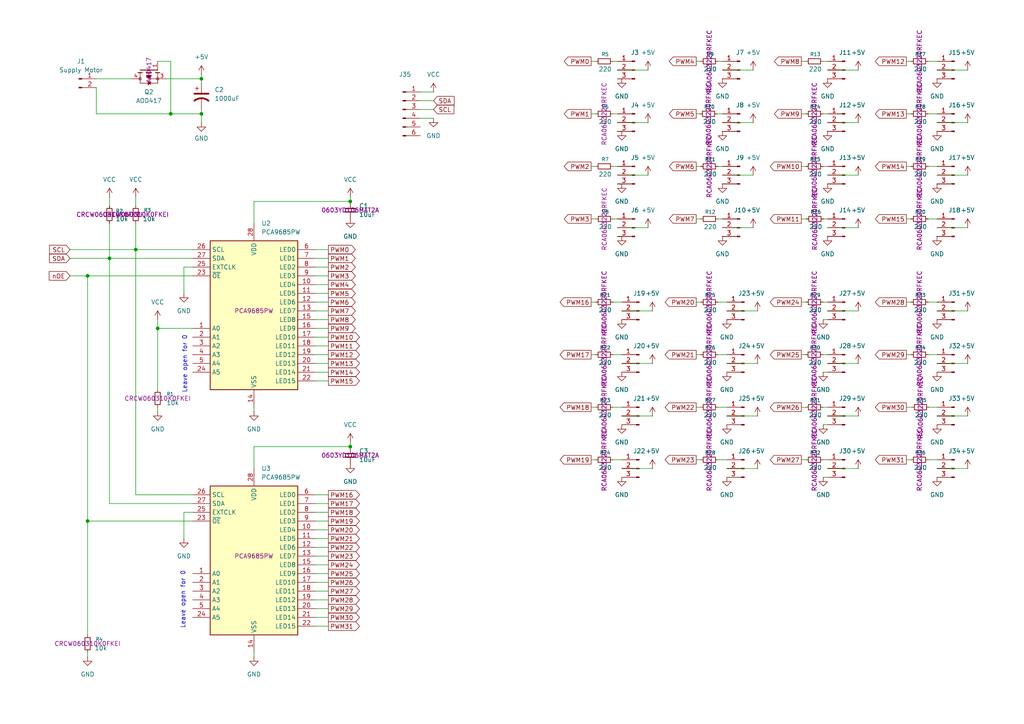
<source format=kicad_sch>
(kicad_sch (version 20250114) (generator "eeschema") (generator_version "9.0")
  (paper "A4")
  (lib_symbols
    (symbol "AOD417:AOD417" (pin_names (offset 1.016))
      (property "Reference" "Q" (at -8.89 3.81 0))
      (property "Value" "AOD417" (at -8.89 -6.35 0))
      (symbol "AOD417_0_0"
        (pin passive line (at -2.54 2.54 0) (length 2.54) (name "~") (number "1"))
        (pin passive line (at 2.54 5.08 270) (length 2.54) (name "~") (number "3"))
        (pin passive line (at 2.54 -5.08 90) (length 2.54) (name "~") (number "4"))
      )
    )
    (symbol "Connector:Conn_01x02_Pin" (pin_names (offset 1.016) (hide yes))
      (property "Reference" "J" (at 0 2.54 0))
      (property "Value" "Conn_01x02_Pin" (at 0 -5.08 0))
      (symbol "Conn_01x02_Pin_1_1"
        (pin passive line (at 5.08 0 180) (length 3.81) (name "Pin_1") (number "1"))
        (pin passive line (at 5.08 -2.54 180) (length 3.81) (name "Pin_2") (number "2"))
      )
    )
    (symbol "Connector:Conn_01x03_Pin" (pin_names (offset 1.016) (hide yes))
      (property "Reference" "J" (at 0 5.08 0))
      (property "Value" "Conn_01x03_Pin" (at 0 -5.08 0))
      (symbol "Conn_01x03_Pin_1_1"
        (pin passive line (at 5.08 2.54 180) (length 3.81) (name "Pin_1") (number "1"))
        (pin passive line (at 5.08 0 180) (length 3.81) (name "Pin_2") (number "2"))
        (pin passive line (at 5.08 -2.54 180) (length 3.81) (name "Pin_3") (number "3"))
      )
    )
    (symbol "Connector:Conn_01x06_Pin" (pin_names (offset 1.016) (hide yes))
      (property "Reference" "J" (at 0 7.62 0))
      (property "Value" "Conn_01x06_Pin" (at 0 -10.16 0))
      (symbol "Conn_01x06_Pin_1_1"
        (pin passive line (at 5.08 5.08 180) (length 3.81) (name "Pin_1") (number "1"))
        (pin passive line (at 5.08 2.54 180) (length 3.81) (name "Pin_2") (number "2"))
        (pin passive line (at 5.08 0 180) (length 3.81) (name "Pin_3") (number "3"))
        (pin passive line (at 5.08 -2.54 180) (length 3.81) (name "Pin_4") (number "4"))
        (pin passive line (at 5.08 -5.08 180) (length 3.81) (name "Pin_5") (number "5"))
        (pin passive line (at 5.08 -7.62 180) (length 3.81) (name "Pin_6") (number "6"))
      )
    )
    (symbol "Device:C_Polarized_US" (pin_numbers (hide yes)) (pin_names (offset 0.254) (hide yes))
      (property "Reference" "C" (at 0.635 2.54 0))
      (property "Value" "C_Polarized_US" (at 0.635 -2.54 0))
      (symbol "C_Polarized_US_1_1"
        (pin passive line (at 0 3.81 270) (length 2.794) (name "~") (number "1"))
        (pin passive line (at 0 -3.81 90) (length 3.302) (name "~") (number "2"))
      )
    )
    (symbol "Device:C_Small" (pin_numbers (hide yes)) (pin_names (offset 0.254) (hide yes))
      (property "Reference" "C" (at 0.254 1.778 0))
      (property "Value" "C_Small" (at 0.254 -2.032 0))
      (symbol "C_Small_1_1"
        (pin passive line (at 0 2.54 270) (length 2.032) (name "~") (number "1"))
        (pin passive line (at 0 -2.54 90) (length 2.032) (name "~") (number "2"))
      )
    )
    (symbol "Device:R_Small" (pin_numbers (hide yes)) (pin_names (offset 0.254) (hide yes))
      (property "Reference" "R" (at 0 0 90))
      (property "Value" "R_Small" (at 1.778 0 90))
      (symbol "R_Small_1_1"
        (pin passive line (at 0 2.54 270) (length 0.762) (name "~") (number "1"))
        (pin passive line (at 0 -2.54 90) (length 0.762) (name "~") (number "2"))
      )
    )
    (symbol "Driver_LED:PCA9685PW"
      (property "Reference" "U" (at -12.7 22.225 0))
      (property "Value" "PCA9685PW" (at 1.27 22.225 0))
      (symbol "PCA9685PW_1_1"
        (pin input line (at -17.78 17.78 0) (length 5.08) (name "SCL") (number "26"))
        (pin bidirectional line (at -17.78 15.24 0) (length 5.08) (name "SDA") (number "27"))
        (pin input line (at -17.78 12.7 0) (length 5.08) (name "EXTCLK") (number "25"))
        (pin input line (at -17.78 10.16 0) (length 5.08) (name "~{OE}") (number "23"))
        (pin input line (at -17.78 -5.08 0) (length 5.08) (name "A0") (number "1"))
        (pin input line (at -17.78 -7.62 0) (length 5.08) (name "A1") (number "2"))
        (pin input line (at -17.78 -10.16 0) (length 5.08) (name "A2") (number "3"))
        (pin input line (at -17.78 -12.7 0) (length 5.08) (name "A3") (number "4"))
        (pin input line (at -17.78 -15.24 0) (length 5.08) (name "A4") (number "5"))
        (pin input line (at -17.78 -17.78 0) (length 5.08) (name "A5") (number "24"))
        (pin power_in line (at 0 25.4 270) (length 5.08) (name "VDD") (number "28"))
        (pin power_in line (at 0 -27.94 90) (length 5.08) (name "VSS") (number "14"))
        (pin output line (at 17.78 17.78 180) (length 5.08) (name "LED0") (number "6"))
        (pin output line (at 17.78 15.24 180) (length 5.08) (name "LED1") (number "7"))
        (pin output line (at 17.78 12.7 180) (length 5.08) (name "LED2") (number "8"))
        (pin output line (at 17.78 10.16 180) (length 5.08) (name "LED3") (number "9"))
        (pin output line (at 17.78 7.62 180) (length 5.08) (name "LED4") (number "10"))
        (pin output line (at 17.78 5.08 180) (length 5.08) (name "LED5") (number "11"))
        (pin output line (at 17.78 2.54 180) (length 5.08) (name "LED6") (number "12"))
        (pin output line (at 17.78 0 180) (length 5.08) (name "LED7") (number "13"))
        (pin output line (at 17.78 -2.54 180) (length 5.08) (name "LED8") (number "15"))
        (pin output line (at 17.78 -5.08 180) (length 5.08) (name "LED9") (number "16"))
        (pin output line (at 17.78 -7.62 180) (length 5.08) (name "LED10") (number "17"))
        (pin output line (at 17.78 -10.16 180) (length 5.08) (name "LED11") (number "18"))
        (pin output line (at 17.78 -12.7 180) (length 5.08) (name "LED12") (number "19"))
        (pin output line (at 17.78 -15.24 180) (length 5.08) (name "LED13") (number "20"))
        (pin output line (at 17.78 -17.78 180) (length 5.08) (name "LED14") (number "21"))
        (pin output line (at 17.78 -20.32 180) (length 5.08) (name "LED15") (number "22"))
      )
    )
    (symbol "power:+5V" (power) (pin_numbers (hide yes)) (pin_names (offset 0) (hide yes))
      (property "Value" "+5V" (at 0 3.556 0))
      (symbol "+5V_1_1"
        (pin power_in line (at 0 0 90) (length 0) (name "~") (number "1"))
      )
    )
    (symbol "power:GND" (power) (pin_numbers (hide yes)) (pin_names (offset 0) (hide yes))
      (property "Value" "GND" (at 0 -3.81 0))
      (symbol "GND_1_1"
        (pin power_in line (at 0 0 270) (length 0) (name "~") (number "1"))
      )
    )
    (symbol "power:VCC" (power) (pin_numbers (hide yes)) (pin_names (offset 0) (hide yes))
      (property "Value" "VCC" (at 0 3.556 0))
      (symbol "VCC_1_1"
        (pin power_in line (at 0 0 90) (length 0) (name "~") (number "1"))
      )
    )
  )
  (text "Leave open for 0" (at 53.086 173.99 90) (effects (font (size 1.27 1.27))))
  (text "Leave open for 0" (at 53.594 105.664 90) (effects (font (size 1.27 1.27))))
  (junction (at 49.53 33.02))
  (junction (at 31.75 74.93))
  (junction (at 101.6 129.54))
  (junction (at 25.4 80.01))
  (junction (at 58.42 33.02))
  (junction (at 45.72 95.25))
  (junction (at 101.6 58.42))
  (junction (at 39.37 72.39))
  (junction (at 25.4 151.13))
  (junction (at 58.42 22.86))
  (wire (pts (xy 73.66 58.42) (xy 73.66 64.77)))
  (wire (pts (xy 262.89 133.35) (xy 264.16 133.35)))
  (wire (pts (xy 45.72 95.25) (xy 55.88 95.25)))
  (wire (pts (xy 240.03 92.71) (xy 238.76 92.71)))
  (wire (pts (xy 95.25 161.29) (xy 91.44 161.29)))
  (wire (pts (xy 91.44 107.95) (xy 95.25 107.95)))
  (wire (pts (xy 179.07 50.8) (xy 187.96 50.8)))
  (wire (pts (xy 91.44 80.01) (xy 95.25 80.01)))
  (wire (pts (xy 25.4 80.01) (xy 55.88 80.01)))
  (wire (pts (xy 45.72 118.11) (xy 45.72 119.38)))
  (wire (pts (xy 269.24 33.02) (xy 271.78 33.02)))
  (wire (pts (xy 25.4 189.23) (xy 25.4 190.5)))
  (wire (pts (xy 208.28 17.78) (xy 209.55 17.78)))
  (wire (pts (xy 31.75 57.15) (xy 31.75 59.69)))
  (wire (pts (xy 262.89 102.87) (xy 264.16 102.87)))
  (wire (pts (xy 27.94 33.02) (xy 49.53 33.02)))
  (wire (pts (xy 91.44 92.71) (xy 95.25 92.71)))
  (wire (pts (xy 179.07 20.32) (xy 187.96 20.32)))
  (wire (pts (xy 91.44 85.09) (xy 95.25 85.09)))
  (wire (pts (xy 240.03 105.41) (xy 248.92 105.41)))
  (wire (pts (xy 201.93 17.78) (xy 203.2 17.78)))
  (wire (pts (xy 31.75 146.05) (xy 55.88 146.05)))
  (wire (pts (xy 95.25 143.51) (xy 91.44 143.51)))
  (wire (pts (xy 58.42 22.86) (xy 58.42 24.13)))
  (wire (pts (xy 240.03 123.19) (xy 238.76 123.19)))
  (wire (pts (xy 91.44 95.25) (xy 95.25 95.25)))
  (wire (pts (xy 271.78 35.56) (xy 280.67 35.56)))
  (wire (pts (xy 39.37 143.51) (xy 55.88 143.51)))
  (wire (pts (xy 271.78 135.89) (xy 280.67 135.89)))
  (wire (pts (xy 179.07 38.1) (xy 180.34 38.1)))
  (wire (pts (xy 201.93 63.5) (xy 203.2 63.5)))
  (wire (pts (xy 171.45 48.26) (xy 172.72 48.26)))
  (wire (pts (xy 95.25 146.05) (xy 91.44 146.05)))
  (wire (pts (xy 45.72 95.25) (xy 45.72 92.71)))
  (wire (pts (xy 95.25 173.99) (xy 91.44 173.99)))
  (wire (pts (xy 177.8486 63.5) (xy 179.07 63.5)))
  (wire (pts (xy 39.37 59.69) (xy 39.37 57.15)))
  (wire (pts (xy 91.44 74.93) (xy 95.25 74.93)))
  (wire (pts (xy 25.4 151.13) (xy 55.88 151.13)))
  (wire (pts (xy 209.55 50.8) (xy 218.44 50.8)))
  (wire (pts (xy 73.66 119.38) (xy 73.66 118.11)))
  (wire (pts (xy 45.72 113.03) (xy 45.72 95.25)))
  (wire (pts (xy 232.41 63.5) (xy 233.8165 63.5)))
  (wire (pts (xy 262.89 17.78) (xy 264.16 17.78)))
  (wire (pts (xy 58.42 35.56) (xy 58.42 33.02)))
  (wire (pts (xy 31.75 74.93) (xy 55.88 74.93)))
  (wire (pts (xy 58.42 31.75) (xy 58.42 33.02)))
  (wire (pts (xy 269.5231 118.11) (xy 271.78 118.11)))
  (wire (pts (xy 232.41 48.26) (xy 233.68 48.26)))
  (wire (pts (xy 171.45 63.5) (xy 172.7686 63.5)))
  (wire (pts (xy 171.45 33.02) (xy 172.72 33.02)))
  (wire (pts (xy 101.6 57.15) (xy 101.6 58.42)))
  (wire (pts (xy 240.03 50.8) (xy 248.92 50.8)))
  (wire (pts (xy 262.89 33.02) (xy 264.16 33.02)))
  (wire (pts (xy 95.25 171.45) (xy 91.44 171.45)))
  (wire (pts (xy 20.32 72.39) (xy 39.37 72.39)))
  (wire (pts (xy 53.34 148.59) (xy 55.88 148.59)))
  (wire (pts (xy 95.25 181.61) (xy 91.44 181.61)))
  (wire (pts (xy 208.28 102.87) (xy 210.82 102.87)))
  (wire (pts (xy 240.03 90.17) (xy 248.92 90.17)))
  (wire (pts (xy 95.25 166.37) (xy 91.44 166.37)))
  (wire (pts (xy 238.76 48.26) (xy 240.03 48.26)))
  (wire (pts (xy 91.44 72.39) (xy 95.25 72.39)))
  (wire (pts (xy 240.03 135.89) (xy 248.92 135.89)))
  (wire (pts (xy 171.45 17.78) (xy 172.72 17.78)))
  (wire (pts (xy 73.66 190.5) (xy 73.66 189.23)))
  (wire (pts (xy 91.44 87.63) (xy 95.25 87.63)))
  (wire (pts (xy 180.34 90.17) (xy 189.23 90.17)))
  (wire (pts (xy 101.6 58.42) (xy 73.66 58.42)))
  (wire (pts (xy 177.8 17.78) (xy 179.07 17.78)))
  (wire (pts (xy 95.25 176.53) (xy 91.44 176.53)))
  (wire (pts (xy 179.07 22.86) (xy 180.34 22.86)))
  (wire (pts (xy 31.75 74.93) (xy 31.75 64.77)))
  (wire (pts (xy 91.44 77.47) (xy 95.25 77.47)))
  (wire (pts (xy 209.55 20.32) (xy 218.44 20.32)))
  (wire (pts (xy 91.44 102.87) (xy 95.25 102.87)))
  (wire (pts (xy 91.44 90.17) (xy 95.25 90.17)))
  (wire (pts (xy 238.76 17.78) (xy 240.03 17.78)))
  (wire (pts (xy 210.82 135.89) (xy 219.71 135.89)))
  (wire (pts (xy 232.41 17.78) (xy 233.68 17.78)))
  (wire (pts (xy 240.03 20.32) (xy 248.92 20.32)))
  (wire (pts (xy 269.24 133.35) (xy 271.78 133.35)))
  (wire (pts (xy 271.78 20.32) (xy 280.67 20.32)))
  (wire (pts (xy 208.28 48.26) (xy 209.55 48.26)))
  (wire (pts (xy 95.25 148.59) (xy 91.44 148.59)))
  (wire (pts (xy 232.41 102.87) (xy 233.6054 102.87)))
  (wire (pts (xy 31.75 74.93) (xy 31.75 146.05)))
  (wire (pts (xy 271.78 50.8) (xy 280.67 50.8)))
  (wire (pts (xy 95.25 158.75) (xy 91.44 158.75)))
  (wire (pts (xy 91.44 100.33) (xy 95.25 100.33)))
  (wire (pts (xy 125.73 31.75) (xy 121.92 31.75)))
  (wire (pts (xy 179.07 35.56) (xy 187.96 35.56)))
  (wire (pts (xy 48.26 22.86) (xy 58.42 22.86)))
  (wire (pts (xy 262.89 48.26) (xy 264.16 48.26)))
  (wire (pts (xy 232.41 133.35) (xy 233.68 133.35)))
  (wire (pts (xy 232.41 87.63) (xy 233.68 87.63)))
  (wire (pts (xy 262.89 118.11) (xy 264.4431 118.11)))
  (wire (pts (xy 240.03 138.43) (xy 238.76 138.43)))
  (wire (pts (xy 171.45 87.63) (xy 172.72 87.63)))
  (wire (pts (xy 91.44 105.41) (xy 95.25 105.41)))
  (wire (pts (xy 240.03 35.56) (xy 248.92 35.56)))
  (wire (pts (xy 269.24 17.78) (xy 271.78 17.78)))
  (wire (pts (xy 208.28 133.35) (xy 210.82 133.35)))
  (wire (pts (xy 238.6854 102.87) (xy 240.03 102.87)))
  (wire (pts (xy 201.93 118.11) (xy 203.2 118.11)))
  (wire (pts (xy 269.24 48.26) (xy 271.78 48.26)))
  (wire (pts (xy 177.8 118.11) (xy 180.34 118.11)))
  (wire (pts (xy 171.45 118.11) (xy 172.72 118.11)))
  (wire (pts (xy 238.76 87.63) (xy 240.03 87.63)))
  (wire (pts (xy 180.34 105.41) (xy 189.23 105.41)))
  (wire (pts (xy 25.4 151.13) (xy 25.4 184.15)))
  (wire (pts (xy 232.41 33.02) (xy 233.68 33.02)))
  (wire (pts (xy 238.76 118.11) (xy 240.03 118.11)))
  (wire (pts (xy 262.89 63.5) (xy 264.16 63.5)))
  (wire (pts (xy 27.94 22.86) (xy 38.1 22.86)))
  (wire (pts (xy 53.34 156.21) (xy 53.34 148.59)))
  (wire (pts (xy 209.55 66.04) (xy 218.44 66.04)))
  (wire (pts (xy 95.25 179.07) (xy 91.44 179.07)))
  (wire (pts (xy 177.8 102.87) (xy 180.34 102.87)))
  (wire (pts (xy 240.03 107.95) (xy 238.76 107.95)))
  (wire (pts (xy 91.44 82.55) (xy 95.25 82.55)))
  (wire (pts (xy 95.25 151.13) (xy 91.44 151.13)))
  (wire (pts (xy 238.8965 63.5) (xy 240.03 63.5)))
  (wire (pts (xy 210.82 90.17) (xy 219.71 90.17)))
  (wire (pts (xy 95.25 163.83) (xy 91.44 163.83)))
  (wire (pts (xy 20.32 74.93) (xy 31.75 74.93)))
  (wire (pts (xy 125.73 26.67) (xy 121.92 26.67)))
  (wire (pts (xy 201.93 87.63) (xy 203.2 87.63)))
  (wire (pts (xy 179.07 68.58) (xy 180.34 68.58)))
  (wire (pts (xy 201.93 133.35) (xy 203.2 133.35)))
  (wire (pts (xy 240.03 66.04) (xy 248.92 66.04)))
  (wire (pts (xy 177.8 87.63) (xy 180.34 87.63)))
  (wire (pts (xy 91.44 97.79) (xy 95.25 97.79)))
  (wire (pts (xy 125.73 29.21) (xy 121.92 29.21)))
  (wire (pts (xy 238.76 133.35) (xy 240.03 133.35)))
  (wire (pts (xy 240.03 120.65) (xy 248.92 120.65)))
  (wire (pts (xy 208.28 87.63) (xy 210.82 87.63)))
  (wire (pts (xy 53.34 77.47) (xy 55.88 77.47)))
  (wire (pts (xy 39.37 72.39) (xy 55.88 72.39)))
  (wire (pts (xy 53.34 85.09) (xy 53.34 77.47)))
  (wire (pts (xy 210.82 120.65) (xy 219.71 120.65)))
  (wire (pts (xy 179.07 53.34) (xy 180.34 53.34)))
  (wire (pts (xy 49.53 17.78) (xy 49.53 33.02)))
  (wire (pts (xy 201.93 102.87) (xy 203.2 102.87)))
  (wire (pts (xy 177.8 33.02) (xy 179.07 33.02)))
  (wire (pts (xy 20.32 80.01) (xy 25.4 80.01)))
  (wire (pts (xy 177.8 133.35) (xy 180.34 133.35)))
  (wire (pts (xy 269.24 63.5) (xy 271.78 63.5)))
  (wire (pts (xy 171.45 102.87) (xy 172.72 102.87)))
  (wire (pts (xy 125.73 34.29) (xy 121.92 34.29)))
  (wire (pts (xy 95.25 156.21) (xy 91.44 156.21)))
  (wire (pts (xy 95.25 168.91) (xy 91.44 168.91)))
  (wire (pts (xy 27.94 25.4) (xy 27.94 33.02)))
  (wire (pts (xy 180.34 120.65) (xy 189.23 120.65)))
  (wire (pts (xy 101.6 129.54) (xy 73.66 129.54)))
  (wire (pts (xy 271.78 105.41) (xy 280.67 105.41)))
  (wire (pts (xy 49.53 33.02) (xy 58.42 33.02)))
  (wire (pts (xy 269.24 102.87) (xy 271.78 102.87)))
  (wire (pts (xy 262.89 87.63) (xy 264.16 87.63)))
  (wire (pts (xy 25.4 80.01) (xy 25.4 151.13)))
  (wire (pts (xy 101.6 128.27) (xy 101.6 129.54)))
  (wire (pts (xy 171.45 133.35) (xy 172.72 133.35)))
  (wire (pts (xy 209.55 35.56) (xy 218.44 35.56)))
  (wire (pts (xy 201.93 48.26) (xy 203.2 48.26)))
  (wire (pts (xy 269.24 87.63) (xy 271.78 87.63)))
  (wire (pts (xy 180.34 135.89) (xy 189.23 135.89)))
  (wire (pts (xy 73.66 129.54) (xy 73.66 135.89)))
  (wire (pts (xy 271.78 90.17) (xy 280.67 90.17)))
  (wire (pts (xy 179.07 66.04) (xy 187.96 66.04)))
  (wire (pts (xy 58.42 21.59) (xy 58.42 22.86)))
  (wire (pts (xy 238.76 33.02) (xy 240.03 33.02)))
  (wire (pts (xy 271.78 66.04) (xy 280.67 66.04)))
  (wire (pts (xy 210.82 105.41) (xy 219.71 105.41)))
  (wire (pts (xy 39.37 143.51) (xy 39.37 72.39)))
  (wire (pts (xy 208.28 63.5) (xy 209.55 63.5)))
  (wire (pts (xy 95.25 153.67) (xy 91.44 153.67)))
  (wire (pts (xy 177.8 48.26) (xy 179.07 48.26)))
  (wire (pts (xy 271.78 120.65) (xy 280.67 120.65)))
  (wire (pts (xy 91.44 110.49) (xy 95.25 110.49)))
  (wire (pts (xy 39.37 72.39) (xy 39.37 64.77)))
  (wire (pts (xy 232.41 118.11) (xy 233.68 118.11)))
  (wire (pts (xy 208.0439 33.02) (xy 209.55 33.02)))
  (wire (pts (xy 208.28 118.11) (xy 210.82 118.11)))
  (wire (pts (xy 201.93 33.02) (xy 202.9639 33.02)))
  (wire (pts (xy 45.72 17.78) (xy 49.53 17.78)))
  (global_label "PWM21" (shape output) (at 95.25 156.21 0) (property "Intersheetrefs" "${INTERSHEET_REFS}" (effects (hide yes))))
  (global_label "PWM9" (shape output) (at 232.41 33.02 180) (property "Intersheetrefs" "${INTERSHEET_REFS}" (effects (hide yes))))
  (global_label "PWM0" (shape output) (at 171.45 17.78 180) (property "Intersheetrefs" "${INTERSHEET_REFS}" (effects (hide yes))))
  (global_label "PWM23" (shape output) (at 95.25 161.29 0) (property "Intersheetrefs" "${INTERSHEET_REFS}" (effects (hide yes))))
  (global_label "PWM18" (shape output) (at 95.25 148.59 0) (property "Intersheetrefs" "${INTERSHEET_REFS}" (effects (hide yes))))
  (global_label "PWM22" (shape output) (at 201.93 118.11 180) (property "Intersheetrefs" "${INTERSHEET_REFS}" (effects (hide yes))))
  (global_label "PWM27" (shape output) (at 95.25 171.45 0) (property "Intersheetrefs" "${INTERSHEET_REFS}" (effects (hide yes))))
  (global_label "PWM20" (shape output) (at 95.25 153.67 0) (property "Intersheetrefs" "${INTERSHEET_REFS}" (effects (hide yes))))
  (global_label "PWM7" (shape output) (at 95.25 90.17 0) (property "Intersheetrefs" "${INTERSHEET_REFS}" (effects (hide yes))))
  (global_label "PWM26" (shape output) (at 232.41 118.11 180) (property "Intersheetrefs" "${INTERSHEET_REFS}" (effects (hide yes))))
  (global_label "PWM3" (shape output) (at 171.45 63.5 180) (property "Intersheetrefs" "${INTERSHEET_REFS}" (effects (hide yes))))
  (global_label "PWM14" (shape output) (at 95.25 107.95 0) (property "Intersheetrefs" "${INTERSHEET_REFS}" (effects (hide yes))))
  (global_label "PWM3" (shape output) (at 95.25 80.01 0) (property "Intersheetrefs" "${INTERSHEET_REFS}" (effects (hide yes))))
  (global_label "PWM2" (shape output) (at 95.25 77.47 0) (property "Intersheetrefs" "${INTERSHEET_REFS}" (effects (hide yes))))
  (global_label "PWM17" (shape output) (at 171.45 102.87 180) (property "Intersheetrefs" "${INTERSHEET_REFS}" (effects (hide yes))))
  (global_label "PWM28" (shape output) (at 95.25 173.99 0) (property "Intersheetrefs" "${INTERSHEET_REFS}" (effects (hide yes))))
  (global_label "PWM30" (shape output) (at 262.89 118.11 180) (property "Intersheetrefs" "${INTERSHEET_REFS}" (effects (hide yes))))
  (global_label "PWM2" (shape output) (at 171.45 48.26 180) (property "Intersheetrefs" "${INTERSHEET_REFS}" (effects (hide yes))))
  (global_label "SCL" (shape input) (at 20.32 72.39 180) (property "Intersheetrefs" "${INTERSHEET_REFS}" (effects (hide yes))))
  (global_label "PWM5" (shape output) (at 201.93 33.02 180) (property "Intersheetrefs" "${INTERSHEET_REFS}" (effects (hide yes))))
  (global_label "PWM26" (shape output) (at 95.25 168.91 0) (property "Intersheetrefs" "${INTERSHEET_REFS}" (effects (hide yes))))
  (global_label "PWM6" (shape output) (at 201.93 48.26 180) (property "Intersheetrefs" "${INTERSHEET_REFS}" (effects (hide yes))))
  (global_label "PWM12" (shape output) (at 262.89 17.78 180) (property "Intersheetrefs" "${INTERSHEET_REFS}" (effects (hide yes))))
  (global_label "PWM14" (shape output) (at 262.89 48.26 180) (property "Intersheetrefs" "${INTERSHEET_REFS}" (effects (hide yes))))
  (global_label "PWM29" (shape output) (at 95.25 176.53 0) (property "Intersheetrefs" "${INTERSHEET_REFS}" (effects (hide yes))))
  (global_label "PWM17" (shape output) (at 95.25 146.05 0) (property "Intersheetrefs" "${INTERSHEET_REFS}" (effects (hide yes))))
  (global_label "PWM18" (shape output) (at 171.45 118.11 180) (property "Intersheetrefs" "${INTERSHEET_REFS}" (effects (hide yes))))
  (global_label "PWM8" (shape output) (at 95.25 92.71 0) (property "Intersheetrefs" "${INTERSHEET_REFS}" (effects (hide yes))))
  (global_label "PWM9" (shape output) (at 95.25 95.25 0) (property "Intersheetrefs" "${INTERSHEET_REFS}" (effects (hide yes))))
  (global_label "PWM22" (shape output) (at 95.25 158.75 0) (property "Intersheetrefs" "${INTERSHEET_REFS}" (effects (hide yes))))
  (global_label "PWM0" (shape output) (at 95.25 72.39 0) (property "Intersheetrefs" "${INTERSHEET_REFS}" (effects (hide yes))))
  (global_label "PWM24" (shape output) (at 232.41 87.63 180) (property "Intersheetrefs" "${INTERSHEET_REFS}" (effects (hide yes))))
  (global_label "PWM16" (shape output) (at 171.45 87.63 180) (property "Intersheetrefs" "${INTERSHEET_REFS}" (effects (hide yes))))
  (global_label "PWM29" (shape output) (at 262.89 102.87 180) (property "Intersheetrefs" "${INTERSHEET_REFS}" (effects (hide yes))))
  (global_label "PWM31" (shape output) (at 95.25 181.61 0) (property "Intersheetrefs" "${INTERSHEET_REFS}" (effects (hide yes))))
  (global_label "PWM13" (shape output) (at 95.25 105.41 0) (property "Intersheetrefs" "${INTERSHEET_REFS}" (effects (hide yes))))
  (global_label "PWM8" (shape output) (at 232.41 17.78 180) (property "Intersheetrefs" "${INTERSHEET_REFS}" (effects (hide yes))))
  (global_label "PWM27" (shape output) (at 232.41 133.35 180) (property "Intersheetrefs" "${INTERSHEET_REFS}" (effects (hide yes))))
  (global_label "PWM19" (shape output) (at 171.45 133.35 180) (property "Intersheetrefs" "${INTERSHEET_REFS}" (effects (hide yes))))
  (global_label "PWM6" (shape output) (at 95.25 87.63 0) (property "Intersheetrefs" "${INTERSHEET_REFS}" (effects (hide yes))))
  (global_label "PWM7" (shape output) (at 201.93 63.5 180) (property "Intersheetrefs" "${INTERSHEET_REFS}" (effects (hide yes))))
  (global_label "SDA" (shape input) (at 20.32 74.93 180) (property "Intersheetrefs" "${INTERSHEET_REFS}" (effects (hide yes))))
  (global_label "PWM10" (shape output) (at 95.25 97.79 0) (property "Intersheetrefs" "${INTERSHEET_REFS}" (effects (hide yes))))
  (global_label "PWM21" (shape output) (at 201.93 102.87 180) (property "Intersheetrefs" "${INTERSHEET_REFS}" (effects (hide yes))))
  (global_label "PWM31" (shape output) (at 262.89 133.35 180) (property "Intersheetrefs" "${INTERSHEET_REFS}" (effects (hide yes))))
  (global_label "PWM10" (shape output) (at 232.41 48.26 180) (property "Intersheetrefs" "${INTERSHEET_REFS}" (effects (hide yes))))
  (global_label "PWM25" (shape output) (at 95.25 166.37 0) (property "Intersheetrefs" "${INTERSHEET_REFS}" (effects (hide yes))))
  (global_label "PWM1" (shape output) (at 95.25 74.93 0) (property "Intersheetrefs" "${INTERSHEET_REFS}" (effects (hide yes))))
  (global_label "PWM5" (shape output) (at 95.25 85.09 0) (property "Intersheetrefs" "${INTERSHEET_REFS}" (effects (hide yes))))
  (global_label "PWM30" (shape output) (at 95.25 179.07 0) (property "Intersheetrefs" "${INTERSHEET_REFS}" (effects (hide yes))))
  (global_label "PWM19" (shape output) (at 95.25 151.13 0) (property "Intersheetrefs" "${INTERSHEET_REFS}" (effects (hide yes))))
  (global_label "PWM24" (shape output) (at 95.25 163.83 0) (property "Intersheetrefs" "${INTERSHEET_REFS}" (effects (hide yes))))
  (global_label "PWM4" (shape output) (at 95.25 82.55 0) (property "Intersheetrefs" "${INTERSHEET_REFS}" (effects (hide yes))))
  (global_label "nOE" (shape input) (at 20.32 80.01 180) (property "Intersheetrefs" "${INTERSHEET_REFS}" (effects (hide yes))))
  (global_label "SCL" (shape input) (at 125.73 31.75 0) (property "Intersheetrefs" "${INTERSHEET_REFS}" (effects (hide yes))))
  (global_label "PWM12" (shape output) (at 95.25 102.87 0) (property "Intersheetrefs" "${INTERSHEET_REFS}" (effects (hide yes))))
  (global_label "PWM15" (shape output) (at 262.89 63.5 180) (property "Intersheetrefs" "${INTERSHEET_REFS}" (effects (hide yes))))
  (global_label "SDA" (shape input) (at 125.73 29.21 0) (property "Intersheetrefs" "${INTERSHEET_REFS}" (effects (hide yes))))
  (global_label "PWM15" (shape output) (at 95.25 110.49 0) (property "Intersheetrefs" "${INTERSHEET_REFS}" (effects (hide yes))))
  (global_label "PWM4" (shape output) (at 201.93 17.78 180) (property "Intersheetrefs" "${INTERSHEET_REFS}" (effects (hide yes))))
  (global_label "PWM25" (shape output) (at 232.41 102.87 180) (property "Intersheetrefs" "${INTERSHEET_REFS}" (effects (hide yes))))
  (global_label "PWM28" (shape output) (at 262.89 87.63 180) (property "Intersheetrefs" "${INTERSHEET_REFS}" (effects (hide yes))))
  (global_label "PWM11" (shape output) (at 232.41 63.5 180) (property "Intersheetrefs" "${INTERSHEET_REFS}" (effects (hide yes))))
  (global_label "PWM23" (shape output) (at 201.93 133.35 180) (property "Intersheetrefs" "${INTERSHEET_REFS}" (effects (hide yes))))
  (global_label "PWM11" (shape output) (at 95.25 100.33 0) (property "Intersheetrefs" "${INTERSHEET_REFS}" (effects (hide yes))))
  (global_label "PWM1" (shape output) (at 171.45 33.02 180) (property "Intersheetrefs" "${INTERSHEET_REFS}" (effects (hide yes))))
  (global_label "PWM20" (shape output) (at 201.93 87.63 180) (property "Intersheetrefs" "${INTERSHEET_REFS}" (effects (hide yes))))
  (global_label "PWM13" (shape output) (at 262.89 33.02 180) (property "Intersheetrefs" "${INTERSHEET_REFS}" (effects (hide yes))))
  (global_label "PWM16" (shape output) (at 95.25 143.51 0) (property "Intersheetrefs" "${INTERSHEET_REFS}" (effects (hide yes))))
  (symbol (lib_id "power:GND") (at 210.82 92.71 0) (unit 1)
    (property "Reference" "#PWR058" (effects (hide yes)))
    (property "Value" "GND" (at 210.82 97.79 0))
    (property "Description" "Power symbol creates a global label with name \"GND\" , ground" (effects (hide yes)))
  )
  (symbol (lib_id "Connector:Conn_01x03_Pin") (at 245.11 35.56 0) (mirror y) (unit 1)
    (property "Reference" "J12" (at 245.11 30.48 0))
    (property "Value" "Conn_01x03_Pin" (effects (hide yes)))
    (property "Footprint" "Connector_PinHeader_2.54mm:PinHeader_1x03_P2.54mm_Vertical" (effects (hide yes)))
    (property "Description" "Generic connector, single row, 01x03, script generated" (effects (hide yes)))
  )
  (symbol (lib_id "power:GND") (at 210.82 123.19 0) (unit 1)
    (property "Reference" "#PWR060" (effects (hide yes)))
    (property "Value" "GND" (at 210.82 128.27 0))
    (property "Description" "Power symbol creates a global label with name \"GND\" , ground" (effects (hide yes)))
  )
  (symbol (lib_id "power:+5V") (at 248.92 50.8 0) (unit 1)
    (property "Reference" "#PWR040" (effects (hide yes)))
    (property "Value" "+5V" (at 248.92 45.72 0))
    (property "Description" "Power symbol creates a global label with name \"+5V\"" (effects (hide yes)))
  )
  (symbol (lib_id "Device:R_Small") (at 205.74 48.26 90) (unit 1)
    (property "Reference" "R11" (at 205.994 46.228 90) (effects (font (size 1.016 1.016))))
    (property "Value" "220" (at 205.994 50.546 90))
    (property "Footprint" "Resistor_SMD:R_0603_1608Metric_Pad0.98x0.95mm_HandSolder" (effects (hide yes)))
    (property "Datasheet" "https://www.vishay.com/doc?20037" (effects (hide yes)))
    (property "Description" "Resistor, small symbol" (effects (hide yes)))
    (property "Part" "RCA0603220RFKEC" (at 205.74 48.26 0))
  )
  (symbol (lib_id "Connector:Conn_01x03_Pin") (at 184.15 20.32 0) (mirror y) (unit 1)
    (property "Reference" "J3" (at 184.15 15.24 0))
    (property "Value" "Conn_01x03_Pin" (effects (hide yes)))
    (property "Footprint" "Connector_PinHeader_2.54mm:PinHeader_1x03_P2.54mm_Vertical" (effects (hide yes)))
    (property "Description" "Generic connector, single row, 01x03, script generated" (effects (hide yes)))
  )
  (symbol (lib_id "Device:R_Small") (at 266.7 133.35 90) (unit 1)
    (property "Reference" "R36" (at 266.954 131.318 90) (effects (font (size 1.016 1.016))))
    (property "Value" "220" (at 266.954 135.636 90))
    (property "Footprint" "Resistor_SMD:R_0603_1608Metric_Pad0.98x0.95mm_HandSolder" (effects (hide yes)))
    (property "Datasheet" "https://www.vishay.com/doc?20037" (effects (hide yes)))
    (property "Description" "Resistor, small symbol" (effects (hide yes)))
    (property "Part" "RCA0603220RFKEC" (at 266.7 133.35 0))
  )
  (symbol (lib_id "power:GND") (at 180.34 138.43 0) (unit 1)
    (property "Reference" "#PWR053" (effects (hide yes)))
    (property "Value" "GND" (at 180.34 143.51 0))
    (property "Description" "Power symbol creates a global label with name \"GND\" , ground" (effects (hide yes)))
  )
  (symbol (lib_id "Device:R_Small") (at 236.22 17.78 90) (unit 1)
    (property "Reference" "R13" (at 236.474 15.748 90) (effects (font (size 1.016 1.016))))
    (property "Value" "220" (at 236.474 20.066 90))
    (property "Footprint" "Resistor_SMD:R_0603_1608Metric_Pad0.98x0.95mm_HandSolder" (effects (hide yes)))
    (property "Datasheet" "https://www.vishay.com/doc?20037" (effects (hide yes)))
    (property "Description" "Resistor, small symbol" (effects (hide yes)))
    (property "Part" "RCA0603220RFKEC" (effects (hide yes)))
  )
  (symbol (lib_id "Connector:Conn_01x03_Pin") (at 214.63 50.8 0) (mirror y) (unit 1)
    (property "Reference" "J9" (at 214.63 45.72 0))
    (property "Value" "Conn_01x03_Pin" (effects (hide yes)))
    (property "Footprint" "Connector_PinHeader_2.54mm:PinHeader_1x03_P2.54mm_Vertical" (effects (hide yes)))
    (property "Description" "Generic connector, single row, 01x03, script generated" (effects (hide yes)))
  )
  (symbol (lib_id "power:GND") (at 240.03 68.58 0) (unit 1)
    (property "Reference" "#PWR037" (effects (hide yes)))
    (property "Value" "GND" (at 240.03 73.66 0))
    (property "Description" "Power symbol creates a global label with name \"GND\" , ground" (effects (hide yes)))
  )
  (symbol (lib_id "power:+5V") (at 248.92 120.65 0) (unit 1)
    (property "Reference" "#PWR072" (effects (hide yes)))
    (property "Value" "+5V" (at 248.92 115.57 0))
    (property "Description" "Power symbol creates a global label with name \"+5V\"" (effects (hide yes)))
  )
  (symbol (lib_id "power:GND") (at 180.34 123.19 0) (unit 1)
    (property "Reference" "#PWR052" (effects (hide yes)))
    (property "Value" "GND" (at 180.34 128.27 0))
    (property "Description" "Power symbol creates a global label with name \"GND\" , ground" (effects (hide yes)))
  )
  (symbol (lib_id "power:VCC") (at 125.73 26.67 0) (unit 1)
    (property "Reference" "#PWR012" (effects (hide yes)))
    (property "Value" "VCC" (at 125.73 21.59 0))
    (property "Description" "Power symbol creates a global label with name \"VCC\"" (effects (hide yes)))
  )
  (symbol (lib_id "power:+5V") (at 248.92 35.56 0) (unit 1)
    (property "Reference" "#PWR039" (effects (hide yes)))
    (property "Value" "+5V" (at 248.92 30.48 0))
    (property "Description" "Power symbol creates a global label with name \"+5V\"" (effects (hide yes)))
  )
  (symbol (lib_id "power:+5V") (at 58.42 21.59 0) (unit 1)
    (property "Reference" "#PWR010" (effects (hide yes)))
    (property "Value" "+5V" (at 58.42 16.51 0))
    (property "Description" "Power symbol creates a global label with name \"+5V\"" (effects (hide yes)))
  )
  (symbol (lib_id "power:+5V") (at 248.92 105.41 0) (unit 1)
    (property "Reference" "#PWR071" (effects (hide yes)))
    (property "Value" "+5V" (at 248.92 100.33 0))
    (property "Description" "Power symbol creates a global label with name \"+5V\"" (effects (hide yes)))
  )
  (symbol (lib_id "Device:R_Small") (at 205.74 118.11 90) (unit 1)
    (property "Reference" "R27" (at 205.994 116.078 90) (effects (font (size 1.016 1.016))))
    (property "Value" "220" (at 205.994 120.396 90))
    (property "Footprint" "Resistor_SMD:R_0603_1608Metric_Pad0.98x0.95mm_HandSolder" (effects (hide yes)))
    (property "Datasheet" "https://www.vishay.com/doc?20037" (effects (hide yes)))
    (property "Description" "Resistor, small symbol" (effects (hide yes)))
    (property "Part" "RCA0603220RFKEC" (at 205.74 118.11 0))
  )
  (symbol (lib_id "Device:R_Small") (at 236.22 48.26 90) (unit 1)
    (property "Reference" "R15" (at 236.474 46.228 90) (effects (font (size 1.016 1.016))))
    (property "Value" "220" (at 236.474 50.546 90))
    (property "Footprint" "Resistor_SMD:R_0603_1608Metric_Pad0.98x0.95mm_HandSolder" (effects (hide yes)))
    (property "Datasheet" "https://www.vishay.com/doc?20037" (effects (hide yes)))
    (property "Description" "Resistor, small symbol" (effects (hide yes)))
    (property "Part" "RCA0603220RFKEC" (at 236.22 48.26 0))
  )
  (symbol (lib_id "power:GND") (at 210.82 107.95 0) (unit 1)
    (property "Reference" "#PWR059" (effects (hide yes)))
    (property "Value" "GND" (at 210.82 113.03 0))
    (property "Description" "Power symbol creates a global label with name \"GND\" , ground" (effects (hide yes)))
  )
  (symbol (lib_id "power:+5V") (at 187.96 20.32 0) (unit 1)
    (property "Reference" "#PWR015" (effects (hide yes)))
    (property "Value" "+5V" (at 187.96 15.24 0))
    (property "Description" "Power symbol creates a global label with name \"+5V\"" (effects (hide yes)))
  )
  (symbol (lib_id "power:GND") (at 271.78 38.1 0) (unit 1)
    (property "Reference" "#PWR043" (effects (hide yes)))
    (property "Value" "GND" (at 271.78 43.18 0))
    (property "Description" "Power symbol creates a global label with name \"GND\" , ground" (effects (hide yes)))
  )
  (symbol (lib_id "Device:R_Small") (at 39.37 62.23 0) (unit 1)
    (property "Reference" "R3" (at 41.656 60.96 0) (effects (font (size 1.016 1.016)) (justify left)))
    (property "Value" "10k" (at 41.402 63.5 0) (effects (justify left)))
    (property "Footprint" "Resistor_SMD:R_0603_1608Metric_Pad0.98x0.95mm_HandSolder" (effects (hide yes)))
    (property "Datasheet" "https://www.vishay.com/doc?20035" (effects (hide yes)))
    (property "Description" "Resistor, small symbol" (effects (hide yes)))
    (property "Part" "CRCW060310K0FKEI" (at 39.37 62.23 0))
  )
  (symbol (lib_id "power:GND") (at 180.34 107.95 0) (unit 1)
    (property "Reference" "#PWR051" (effects (hide yes)))
    (property "Value" "GND" (at 180.34 113.03 0))
    (property "Description" "Power symbol creates a global label with name \"GND\" , ground" (effects (hide yes)))
  )
  (symbol (lib_id "Device:R_Small") (at 45.72 115.57 0) (unit 1)
    (property "Reference" "R1" (at 48.26 114.2999 0) (effects (font (size 1.016 1.016)) (justify left)))
    (property "Value" "10k" (at 48.26 116.8399 0) (effects (justify left)))
    (property "Footprint" "Resistor_SMD:R_0603_1608Metric_Pad0.98x0.95mm_HandSolder" (effects (hide yes)))
    (property "Datasheet" "https://www.vishay.com/doc?20035" (effects (hide yes)))
    (property "Description" "Resistor, small symbol" (effects (hide yes)))
    (property "Part" "CRCW060310K0FKEI" (at 45.72 115.57 0))
  )
  (symbol (lib_id "Device:R_Small") (at 266.9831 118.11 90) (unit 1)
    (property "Reference" "R35" (at 267.2371 116.078 90) (effects (font (size 1.016 1.016))))
    (property "Value" "220" (at 267.2371 120.396 90))
    (property "Footprint" "Resistor_SMD:R_0603_1608Metric_Pad0.98x0.95mm_HandSolder" (effects (hide yes)))
    (property "Datasheet" "https://www.vishay.com/doc?20037" (effects (hide yes)))
    (property "Description" "Resistor, small symbol" (effects (hide yes)))
    (property "Part" "RCA0603220RFKEC" (at 266.9831 118.11 0))
  )
  (symbol (lib_id "Device:R_Small") (at 175.26 102.87 90) (unit 1)
    (property "Reference" "R22" (at 175.514 100.838 90) (effects (font (size 1.016 1.016))))
    (property "Value" "220" (at 175.514 105.156 90))
    (property "Footprint" "Resistor_SMD:R_0603_1608Metric_Pad0.98x0.95mm_HandSolder" (effects (hide yes)))
    (property "Datasheet" "https://www.vishay.com/doc?20037" (effects (hide yes)))
    (property "Description" "Resistor, small symbol" (effects (hide yes)))
    (property "Part" "RCA0603220RFKEC" (at 175.26 102.87 0))
  )
  (symbol (lib_id "power:+5V") (at 248.92 135.89 0) (unit 1)
    (property "Reference" "#PWR073" (effects (hide yes)))
    (property "Value" "+5V" (at 248.92 130.81 0))
    (property "Description" "Power symbol creates a global label with name \"+5V\"" (effects (hide yes)))
  )
  (symbol (lib_id "power:GND") (at 180.34 38.1 0) (unit 1)
    (property "Reference" "#PWR016" (effects (hide yes)))
    (property "Value" "GND" (at 180.34 43.18 0))
    (property "Description" "Power symbol creates a global label with name \"GND\" , ground" (effects (hide yes)))
  )
  (symbol (lib_id "Connector:Conn_01x03_Pin") (at 215.9 120.65 0) (mirror y) (unit 1)
    (property "Reference" "J25" (at 215.9 115.57 0))
    (property "Value" "Conn_01x03_Pin" (effects (hide yes)))
    (property "Footprint" "Connector_PinHeader_2.54mm:PinHeader_1x03_P2.54mm_Vertical" (effects (hide yes)))
    (property "Description" "Generic connector, single row, 01x03, script generated" (effects (hide yes)))
  )
  (symbol (lib_id "power:+5V") (at 189.23 120.65 0) (unit 1)
    (property "Reference" "#PWR056" (effects (hide yes)))
    (property "Value" "+5V" (at 189.23 115.57 0))
    (property "Description" "Power symbol creates a global label with name \"+5V\"" (effects (hide yes)))
  )
  (symbol (lib_id "power:+5V") (at 280.67 50.8 0) (unit 1)
    (property "Reference" "#PWR048" (effects (hide yes)))
    (property "Value" "+5V" (at 280.67 45.72 0))
    (property "Description" "Power symbol creates a global label with name \"+5V\"" (effects (hide yes)))
  )
  (symbol (lib_id "Connector:Conn_01x03_Pin") (at 245.11 50.8 0) (mirror y) (unit 1)
    (property "Reference" "J13" (at 245.11 45.72 0))
    (property "Value" "Conn_01x03_Pin" (effects (hide yes)))
    (property "Footprint" "Connector_PinHeader_2.54mm:PinHeader_1x03_P2.54mm_Vertical" (effects (hide yes)))
    (property "Description" "Generic connector, single row, 01x03, script generated" (effects (hide yes)))
  )
  (symbol (lib_id "power:+5V") (at 280.67 66.04 0) (unit 1)
    (property "Reference" "#PWR049" (effects (hide yes)))
    (property "Value" "+5V" (at 280.67 60.96 0))
    (property "Description" "Power symbol creates a global label with name \"+5V\"" (effects (hide yes)))
  )
  (symbol (lib_id "Device:R_Small") (at 266.7 87.63 90) (unit 1)
    (property "Reference" "R33" (at 266.954 85.598 90) (effects (font (size 1.016 1.016))))
    (property "Value" "220" (at 266.954 89.916 90))
    (property "Footprint" "Resistor_SMD:R_0603_1608Metric_Pad0.98x0.95mm_HandSolder" (effects (hide yes)))
    (property "Datasheet" "https://www.vishay.com/doc?20037" (effects (hide yes)))
    (property "Description" "Resistor, small symbol" (effects (hide yes)))
    (property "Part" "RCA0603220RFKEC" (at 266.7 87.63 0))
  )
  (symbol (lib_id "power:+5V") (at 280.67 135.89 0) (unit 1)
    (property "Reference" "#PWR081" (effects (hide yes)))
    (property "Value" "+5V" (at 280.67 130.81 0))
    (property "Description" "Power symbol creates a global label with name \"+5V\"" (effects (hide yes)))
  )
  (symbol (lib_id "power:GND") (at 53.34 85.09 0) (unit 1)
    (property "Reference" "#PWR01" (effects (hide yes)))
    (property "Value" "GND" (at 53.34 90.17 0))
    (property "Description" "Power symbol creates a global label with name \"GND\" , ground" (effects (hide yes)))
  )
  (symbol (lib_id "Connector:Conn_01x03_Pin") (at 276.86 66.04 0) (mirror y) (unit 1)
    (property "Reference" "J18" (at 276.86 60.96 0))
    (property "Value" "Conn_01x03_Pin" (effects (hide yes)))
    (property "Footprint" "Connector_PinHeader_2.54mm:PinHeader_1x03_P2.54mm_Vertical" (effects (hide yes)))
    (property "Description" "Generic connector, single row, 01x03, script generated" (effects (hide yes)))
  )
  (symbol (lib_id "power:+5V") (at 218.44 50.8 0) (unit 1)
    (property "Reference" "#PWR032" (effects (hide yes)))
    (property "Value" "+5V" (at 218.44 45.72 0))
    (property "Description" "Power symbol creates a global label with name \"+5V\"" (effects (hide yes)))
  )
  (symbol (lib_id "Device:R_Small") (at 25.4 186.69 0) (unit 1)
    (property "Reference" "R4" (at 27.686 185.42 0) (effects (font (size 1.016 1.016)) (justify left)))
    (property "Value" "10k" (at 27.432 187.96 0) (effects (justify left)))
    (property "Footprint" "Resistor_SMD:R_0603_1608Metric_Pad0.98x0.95mm_HandSolder" (effects (hide yes)))
    (property "Datasheet" "https://www.vishay.com/doc?20035" (effects (hide yes)))
    (property "Description" "Resistor, small symbol" (effects (hide yes)))
    (property "Part" "CRCW060310K0FKEI" (at 25.4 186.69 0))
  )
  (symbol (lib_id "Connector:Conn_01x03_Pin") (at 276.86 135.89 0) (mirror y) (unit 1)
    (property "Reference" "J34" (at 276.86 130.81 0))
    (property "Value" "Conn_01x03_Pin" (effects (hide yes)))
    (property "Footprint" "Connector_PinHeader_2.54mm:PinHeader_1x03_P2.54mm_Vertical" (effects (hide yes)))
    (property "Description" "Generic connector, single row, 01x03, script generated" (effects (hide yes)))
  )
  (symbol (lib_id "power:+5V") (at 280.67 90.17 0) (unit 1)
    (property "Reference" "#PWR078" (effects (hide yes)))
    (property "Value" "+5V" (at 280.67 85.09 0))
    (property "Description" "Power symbol creates a global label with name \"+5V\"" (effects (hide yes)))
  )
  (symbol (lib_id "Device:R_Small") (at 205.5039 33.02 90) (unit 1)
    (property "Reference" "R10" (at 205.7579 30.988 90) (effects (font (size 1.016 1.016))))
    (property "Value" "220" (at 205.7579 35.306 90))
    (property "Footprint" "Resistor_SMD:R_0603_1608Metric_Pad0.98x0.95mm_HandSolder" (effects (hide yes)))
    (property "Datasheet" "https://www.vishay.com/doc?20037" (effects (hide yes)))
    (property "Description" "Resistor, small symbol" (effects (hide yes)))
    (property "Part" "RCA0603220RFKEC" (at 205.5039 33.02 0))
  )
  (symbol (lib_id "Connector:Conn_01x03_Pin") (at 184.15 35.56 0) (mirror y) (unit 1)
    (property "Reference" "J4" (at 184.15 30.48 0))
    (property "Value" "Conn_01x03_Pin" (effects (hide yes)))
    (property "Footprint" "Connector_PinHeader_2.54mm:PinHeader_1x03_P2.54mm_Vertical" (effects (hide yes)))
    (property "Description" "Generic connector, single row, 01x03, script generated" (effects (hide yes)))
  )
  (symbol (lib_id "power:GND") (at 240.03 53.34 0) (unit 1)
    (property "Reference" "#PWR036" (effects (hide yes)))
    (property "Value" "GND" (at 240.03 58.42 0))
    (property "Description" "Power symbol creates a global label with name \"GND\" , ground" (effects (hide yes)))
  )
  (symbol (lib_id "power:GND") (at 73.66 190.5 0) (unit 1)
    (property "Reference" "#PWR018" (effects (hide yes)))
    (property "Value" "GND" (at 73.66 195.58 0))
    (property "Description" "Power symbol creates a global label with name \"GND\" , ground" (effects (hide yes)))
  )
  (symbol (lib_id "Connector:Conn_01x03_Pin") (at 276.86 105.41 0) (mirror y) (unit 1)
    (property "Reference" "J32" (at 276.86 100.33 0))
    (property "Value" "Conn_01x03_Pin" (effects (hide yes)))
    (property "Footprint" "Connector_PinHeader_2.54mm:PinHeader_1x03_P2.54mm_Vertical" (effects (hide yes)))
    (property "Description" "Generic connector, single row, 01x03, script generated" (effects (hide yes)))
  )
  (symbol (lib_id "power:+5V") (at 218.44 35.56 0) (unit 1)
    (property "Reference" "#PWR031" (effects (hide yes)))
    (property "Value" "+5V" (at 218.44 30.48 0))
    (property "Description" "Power symbol creates a global label with name \"+5V\"" (effects (hide yes)))
  )
  (symbol (lib_id "power:+5V") (at 248.92 90.17 0) (unit 1)
    (property "Reference" "#PWR070" (effects (hide yes)))
    (property "Value" "+5V" (at 248.92 85.09 0))
    (property "Description" "Power symbol creates a global label with name \"+5V\"" (effects (hide yes)))
  )
  (symbol (lib_id "power:GND") (at 210.82 138.43 0) (unit 1)
    (property "Reference" "#PWR061" (effects (hide yes)))
    (property "Value" "GND" (at 210.82 143.51 0))
    (property "Description" "Power symbol creates a global label with name \"GND\" , ground" (effects (hide yes)))
  )
  (symbol (lib_id "Connector:Conn_01x03_Pin") (at 276.86 35.56 0) (mirror y) (unit 1)
    (property "Reference" "J16" (at 276.86 30.48 0))
    (property "Value" "Conn_01x03_Pin" (effects (hide yes)))
    (property "Footprint" "Connector_PinHeader_2.54mm:PinHeader_1x03_P2.54mm_Vertical" (effects (hide yes)))
    (property "Description" "Generic connector, single row, 01x03, script generated" (effects (hide yes)))
  )
  (symbol (lib_id "Device:R_Small") (at 175.26 17.78 90) (unit 1)
    (property "Reference" "R5" (at 175.514 15.748 90) (effects (font (size 1.016 1.016))))
    (property "Value" "220" (at 175.514 20.066 90))
    (property "Footprint" "Resistor_SMD:R_0603_1608Metric_Pad0.98x0.95mm_HandSolder" (effects (hide yes)))
    (property "Datasheet" "https://www.vishay.com/doc?20037" (effects (hide yes)))
    (property "Description" "Resistor, small symbol" (effects (hide yes)))
    (property "Part" "RCA0603220RFKEC" (effects (hide yes)))
  )
  (symbol (lib_id "Connector:Conn_01x03_Pin") (at 215.9 135.89 0) (mirror y) (unit 1)
    (property "Reference" "J26" (at 215.9 130.81 0))
    (property "Value" "Conn_01x03_Pin" (effects (hide yes)))
    (property "Footprint" "Connector_PinHeader_2.54mm:PinHeader_1x03_P2.54mm_Vertical" (effects (hide yes)))
    (property "Description" "Generic connector, single row, 01x03, script generated" (effects (hide yes)))
  )
  (symbol (lib_id "power:GND") (at 271.78 68.58 0) (unit 1)
    (property "Reference" "#PWR045" (effects (hide yes)))
    (property "Value" "GND" (at 271.78 73.66 0))
    (property "Description" "Power symbol creates a global label with name \"GND\" , ground" (effects (hide yes)))
  )
  (symbol (lib_id "power:GND") (at 238.76 138.43 0) (unit 1)
    (property "Reference" "#PWR069" (effects (hide yes)))
    (property "Value" "GND" (at 238.76 143.51 0))
    (property "Description" "Power symbol creates a global label with name \"GND\" , ground" (effects (hide yes)))
  )
  (symbol (lib_id "Device:C_Small") (at 101.6 60.96 0) (unit 1)
    (property "Reference" "C1" (at 104.14 59.6962 0) (effects (justify left)))
    (property "Value" "10uF" (at 104.14 62.2362 0) (effects (justify left)))
    (property "Footprint" "Capacitor_SMD:C_0603_1608Metric" (effects (hide yes)))
    (property "Datasheet" "https://www.mouser.be/datasheet/2/40/cx5r_KGM-3223198.pdf" (effects (hide yes)))
    (property "Description" "Unpolarized capacitor, small symbol" (effects (hide yes)))
    (property "Part" "0603YD106MAT2A" (at 101.6 60.96 0))
  )
  (symbol (lib_id "power:+5V") (at 219.71 90.17 0) (unit 1)
    (property "Reference" "#PWR062" (effects (hide yes)))
    (property "Value" "+5V" (at 219.71 85.09 0))
    (property "Description" "Power symbol creates a global label with name \"+5V\"" (effects (hide yes)))
  )
  (symbol (lib_id "power:VCC") (at 101.6 57.15 0) (unit 1)
    (property "Reference" "#PWR07" (effects (hide yes)))
    (property "Value" "VCC" (at 101.6 52.07 0))
    (property "Description" "Power symbol creates a global label with name \"VCC\"" (effects (hide yes)))
  )
  (symbol (lib_id "Device:R_Small") (at 175.26 118.11 90) (unit 1)
    (property "Reference" "R23" (at 175.514 116.078 90) (effects (font (size 1.016 1.016))))
    (property "Value" "220" (at 175.514 120.396 90))
    (property "Footprint" "Resistor_SMD:R_0603_1608Metric_Pad0.98x0.95mm_HandSolder" (effects (hide yes)))
    (property "Datasheet" "https://www.vishay.com/doc?20037" (effects (hide yes)))
    (property "Description" "Resistor, small symbol" (effects (hide yes)))
    (property "Part" "RCA0603220RFKEC" (at 175.26 118.11 0))
  )
  (symbol (lib_id "Device:C_Polarized_US") (at 58.42 27.94 0) (unit 1)
    (property "Reference" "C2" (at 62.23 26.0349 0) (effects (justify left)))
    (property "Value" "1000uF" (at 62.23 28.5749 0) (effects (justify left)))
    (property "Footprint" "supercap:CAPPRD500W60D1000H1350" (effects (hide yes)))
    (property "Datasheet" "https://eu.mouser.com/ProductDetail/KEMET/ESH108M010AH1AA?qs=sGAEpiMZZMsh%252B1woXyUXj7VAggozUJtAt12yvf55c7Q%3D" (effects (hide yes)))
    (property "Description" "Polarized capacitor, US symbol" (effects (hide yes)))
  )
  (symbol (lib_id "power:+5V") (at 187.96 66.04 0) (unit 1)
    (property "Reference" "#PWR025" (effects (hide yes)))
    (property "Value" "+5V" (at 187.96 60.96 0))
    (property "Description" "Power symbol creates a global label with name \"+5V\"" (effects (hide yes)))
  )
  (symbol (lib_id "Device:R_Small") (at 175.26 87.63 90) (unit 1)
    (property "Reference" "R21" (at 175.514 85.598 90) (effects (font (size 1.016 1.016))))
    (property "Value" "220" (at 175.514 89.916 90))
    (property "Footprint" "Resistor_SMD:R_0603_1608Metric_Pad0.98x0.95mm_HandSolder" (effects (hide yes)))
    (property "Datasheet" "https://www.vishay.com/doc?20037" (effects (hide yes)))
    (property "Description" "Resistor, small symbol" (effects (hide yes)))
    (property "Part" "RCA0603220RFKEC" (at 175.26 87.63 0))
  )
  (symbol (lib_id "power:+5V") (at 219.71 105.41 0) (unit 1)
    (property "Reference" "#PWR063" (effects (hide yes)))
    (property "Value" "+5V" (at 219.71 100.33 0))
    (property "Description" "Power symbol creates a global label with name \"+5V\"" (effects (hide yes)))
  )
  (symbol (lib_id "Device:R_Small") (at 236.22 118.11 90) (unit 1)
    (property "Reference" "R31" (at 236.474 116.078 90) (effects (font (size 1.016 1.016))))
    (property "Value" "220" (at 236.474 120.396 90))
    (property "Footprint" "Resistor_SMD:R_0603_1608Metric_Pad0.98x0.95mm_HandSolder" (effects (hide yes)))
    (property "Datasheet" "https://www.vishay.com/doc?20037" (effects (hide yes)))
    (property "Description" "Resistor, small symbol" (effects (hide yes)))
    (property "Part" "RCA0603220RFKEC" (at 236.22 118.11 0))
  )
  (symbol (lib_id "power:VCC") (at 39.37 57.15 0) (unit 1)
    (property "Reference" "#PWR05" (effects (hide yes)))
    (property "Value" "VCC" (at 39.37 52.07 0))
    (property "Description" "Power symbol creates a global label with name \"VCC\"" (effects (hide yes)))
  )
  (symbol (lib_id "power:GND") (at 209.55 68.58 0) (unit 1)
    (property "Reference" "#PWR029" (effects (hide yes)))
    (property "Value" "GND" (at 209.55 73.66 0))
    (property "Description" "Power symbol creates a global label with name \"GND\" , ground" (effects (hide yes)))
  )
  (symbol (lib_id "Device:R_Small") (at 205.74 87.63 90) (unit 1)
    (property "Reference" "R25" (at 205.994 85.598 90) (effects (font (size 1.016 1.016))))
    (property "Value" "220" (at 205.994 89.916 90))
    (property "Footprint" "Resistor_SMD:R_0603_1608Metric_Pad0.98x0.95mm_HandSolder" (effects (hide yes)))
    (property "Datasheet" "https://www.vishay.com/doc?20037" (effects (hide yes)))
    (property "Description" "Resistor, small symbol" (effects (hide yes)))
    (property "Part" "RCA0603220RFKEC" (at 205.74 87.63 0))
  )
  (symbol (lib_id "Device:R_Small") (at 266.7 48.26 90) (unit 1)
    (property "Reference" "R19" (at 266.954 46.228 90) (effects (font (size 1.016 1.016))))
    (property "Value" "220" (at 266.954 50.546 90))
    (property "Footprint" "Resistor_SMD:R_0603_1608Metric_Pad0.98x0.95mm_HandSolder" (effects (hide yes)))
    (property "Datasheet" "https://www.vishay.com/doc?20037" (effects (hide yes)))
    (property "Description" "Resistor, small symbol" (effects (hide yes)))
    (property "Part" "RCA0603220RFKEC" (at 266.7 48.26 0))
  )
  (symbol (lib_id "power:+5V") (at 248.92 66.04 0) (unit 1)
    (property "Reference" "#PWR041" (effects (hide yes)))
    (property "Value" "+5V" (at 248.92 60.96 0))
    (property "Description" "Power symbol creates a global label with name \"+5V\"" (effects (hide yes)))
  )
  (symbol (lib_id "power:GND") (at 271.78 107.95 0) (unit 1)
    (property "Reference" "#PWR075" (effects (hide yes)))
    (property "Value" "GND" (at 271.78 113.03 0))
    (property "Description" "Power symbol creates a global label with name \"GND\" , ground" (effects (hide yes)))
  )
  (symbol (lib_id "power:GND") (at 209.55 38.1 0) (unit 1)
    (property "Reference" "#PWR027" (effects (hide yes)))
    (property "Value" "GND" (at 209.55 43.18 0))
    (property "Description" "Power symbol creates a global label with name \"GND\" , ground" (effects (hide yes)))
  )
  (symbol (lib_id "power:+5V") (at 189.23 135.89 0) (unit 1)
    (property "Reference" "#PWR057" (effects (hide yes)))
    (property "Value" "+5V" (at 189.23 130.81 0))
    (property "Description" "Power symbol creates a global label with name \"+5V\"" (effects (hide yes)))
  )
  (symbol (lib_id "power:+5V") (at 189.23 105.41 0) (unit 1)
    (property "Reference" "#PWR055" (effects (hide yes)))
    (property "Value" "+5V" (at 189.23 100.33 0))
    (property "Description" "Power symbol creates a global label with name \"+5V\"" (effects (hide yes)))
  )
  (symbol (lib_id "power:+5V") (at 187.96 35.56 0) (unit 1)
    (property "Reference" "#PWR021" (effects (hide yes)))
    (property "Value" "+5V" (at 187.96 30.48 0))
    (property "Description" "Power symbol creates a global label with name \"+5V\"" (effects (hide yes)))
  )
  (symbol (lib_id "power:+5V") (at 280.67 120.65 0) (unit 1)
    (property "Reference" "#PWR080" (effects (hide yes)))
    (property "Value" "+5V" (at 280.67 115.57 0))
    (property "Description" "Power symbol creates a global label with name \"+5V\"" (effects (hide yes)))
  )
  (symbol (lib_id "Device:R_Small") (at 205.74 17.78 90) (unit 1)
    (property "Reference" "R9" (at 205.994 15.748 90) (effects (font (size 1.016 1.016))))
    (property "Value" "220" (at 205.994 20.066 90))
    (property "Footprint" "Resistor_SMD:R_0603_1608Metric_Pad0.98x0.95mm_HandSolder" (effects (hide yes)))
    (property "Datasheet" "https://www.vishay.com/doc?20037" (effects (hide yes)))
    (property "Description" "Resistor, small symbol" (effects (hide yes)))
    (property "Part" "RCA0603220RFKEC" (at 205.74 17.78 0))
  )
  (symbol (lib_id "Device:R_Small") (at 236.3565 63.5 90) (unit 1)
    (property "Reference" "R16" (at 236.6105 61.468 90) (effects (font (size 1.016 1.016))))
    (property "Value" "220" (at 236.6105 65.786 90))
    (property "Footprint" "Resistor_SMD:R_0603_1608Metric_Pad0.98x0.95mm_HandSolder" (effects (hide yes)))
    (property "Datasheet" "https://www.vishay.com/doc?20037" (effects (hide yes)))
    (property "Description" "Resistor, small symbol" (effects (hide yes)))
    (property "Part" "RCA0603220RFKEC" (at 236.3565 63.5 0))
  )
  (symbol (lib_id "Device:R_Small") (at 236.22 87.63 90) (unit 1)
    (property "Reference" "R29" (at 236.474 85.598 90) (effects (font (size 1.016 1.016))))
    (property "Value" "220" (at 236.474 89.916 90))
    (property "Footprint" "Resistor_SMD:R_0603_1608Metric_Pad0.98x0.95mm_HandSolder" (effects (hide yes)))
    (property "Datasheet" "https://www.vishay.com/doc?20037" (effects (hide yes)))
    (property "Description" "Resistor, small symbol" (effects (hide yes)))
    (property "Part" "RCA0603220RFKEC" (at 236.22 87.63 0))
  )
  (symbol (lib_id "Connector:Conn_01x02_Pin") (at 22.86 22.86 0) (unit 1)
    (property "Reference" "J1" (at 23.495 17.78 0))
    (property "Value" "Supply Motor" (at 23.495 20.32 0))
    (property "Footprint" "Connector_AMASS:AMASS_XT30U-M_1x02_P5.0mm_Vertical" (effects (hide yes)))
    (property "Description" "Generic connector, single row, 01x02, script generated" (effects (hide yes)))
  )
  (symbol (lib_id "power:GND") (at 180.34 53.34 0) (unit 1)
    (property "Reference" "#PWR022" (effects (hide yes)))
    (property "Value" "GND" (at 180.34 58.42 0))
    (property "Description" "Power symbol creates a global label with name \"GND\" , ground" (effects (hide yes)))
  )
  (symbol (lib_id "power:GND") (at 101.6 63.5 0) (unit 1)
    (property "Reference" "#PWR09" (effects (hide yes)))
    (property "Value" "GND" (at 101.6 68.58 0))
    (property "Description" "Power symbol creates a global label with name \"GND\" , ground" (effects (hide yes)))
  )
  (symbol (lib_id "power:+5V") (at 218.44 20.32 0) (unit 1)
    (property "Reference" "#PWR030" (effects (hide yes)))
    (property "Value" "+5V" (at 218.44 15.24 0))
    (property "Description" "Power symbol creates a global label with name \"+5V\"" (effects (hide yes)))
  )
  (symbol (lib_id "Device:R_Small") (at 175.26 33.02 90) (unit 1)
    (property "Reference" "R6" (at 175.514 30.988 90) (effects (font (size 1.016 1.016))))
    (property "Value" "220" (at 175.514 35.306 90))
    (property "Footprint" "Resistor_SMD:R_0603_1608Metric_Pad0.98x0.95mm_HandSolder" (effects (hide yes)))
    (property "Datasheet" "https://www.vishay.com/doc?20037" (effects (hide yes)))
    (property "Description" "Resistor, small symbol" (effects (hide yes)))
    (property "Part" "RCA0603220RFKEC" (at 175.26 33.02 0))
  )
  (symbol (lib_id "Connector:Conn_01x03_Pin") (at 245.11 120.65 0) (mirror y) (unit 1)
    (property "Reference" "J29" (at 245.11 115.57 0))
    (property "Value" "Conn_01x03_Pin" (effects (hide yes)))
    (property "Footprint" "Connector_PinHeader_2.54mm:PinHeader_1x03_P2.54mm_Vertical" (effects (hide yes)))
    (property "Description" "Generic connector, single row, 01x03, script generated" (effects (hide yes)))
  )
  (symbol (lib_id "Device:R_Small") (at 175.26 133.35 90) (unit 1)
    (property "Reference" "R24" (at 175.514 131.318 90) (effects (font (size 1.016 1.016))))
    (property "Value" "220" (at 175.514 135.636 90))
    (property "Footprint" "Resistor_SMD:R_0603_1608Metric_Pad0.98x0.95mm_HandSolder" (effects (hide yes)))
    (property "Datasheet" "https://www.vishay.com/doc?20037" (effects (hide yes)))
    (property "Description" "Resistor, small symbol" (effects (hide yes)))
    (property "Part" "RCA0603220RFKEC" (at 175.26 133.35 0))
  )
  (symbol (lib_id "Connector:Conn_01x03_Pin") (at 276.86 20.32 0) (mirror y) (unit 1)
    (property "Reference" "J15" (at 276.86 15.24 0))
    (property "Value" "Conn_01x03_Pin" (effects (hide yes)))
    (property "Footprint" "Connector_PinHeader_2.54mm:PinHeader_1x03_P2.54mm_Vertical" (effects (hide yes)))
    (property "Description" "Generic connector, single row, 01x03, script generated" (effects (hide yes)))
  )
  (symbol (lib_id "power:+5V") (at 189.23 90.17 0) (unit 1)
    (property "Reference" "#PWR054" (effects (hide yes)))
    (property "Value" "+5V" (at 189.23 85.09 0))
    (property "Description" "Power symbol creates a global label with name \"+5V\"" (effects (hide yes)))
  )
  (symbol (lib_id "power:GND") (at 73.66 119.38 0) (unit 1)
    (property "Reference" "#PWR06" (effects (hide yes)))
    (property "Value" "GND" (at 73.66 124.46 0))
    (property "Description" "Power symbol creates a global label with name \"GND\" , ground" (effects (hide yes)))
  )
  (symbol (lib_id "Connector:Conn_01x03_Pin") (at 185.42 135.89 0) (mirror y) (unit 1)
    (property "Reference" "J22" (at 185.42 130.81 0))
    (property "Value" "Conn_01x03_Pin" (effects (hide yes)))
    (property "Footprint" "Connector_PinHeader_2.54mm:PinHeader_1x03_P2.54mm_Vertical" (effects (hide yes)))
    (property "Description" "Generic connector, single row, 01x03, script generated" (effects (hide yes)))
  )
  (symbol (lib_id "power:GND") (at 238.76 107.95 0) (unit 1)
    (property "Reference" "#PWR067" (effects (hide yes)))
    (property "Value" "GND" (at 238.76 113.03 0))
    (property "Description" "Power symbol creates a global label with name \"GND\" , ground" (effects (hide yes)))
  )
  (symbol (lib_id "Device:R_Small") (at 175.26 48.26 90) (unit 1)
    (property "Reference" "R7" (at 175.514 46.228 90) (effects (font (size 1.016 1.016))))
    (property "Value" "220" (at 175.514 50.546 90))
    (property "Footprint" "Resistor_SMD:R_0603_1608Metric_Pad0.98x0.95mm_HandSolder" (effects (hide yes)))
    (property "Datasheet" "https://www.vishay.com/doc?20037" (effects (hide yes)))
    (property "Description" "Resistor, small symbol" (effects (hide yes)))
    (property "Part" "RCA0603220RFKEC" (effects (hide yes)))
  )
  (symbol (lib_id "power:VCC") (at 45.72 92.71 0) (unit 1)
    (property "Reference" "#PWR03" (effects (hide yes)))
    (property "Value" "VCC" (at 45.72 87.63 0))
    (property "Description" "Power symbol creates a global label with name \"VCC\"" (effects (hide yes)))
  )
  (symbol (lib_id "Connector:Conn_01x03_Pin") (at 185.42 120.65 0) (mirror y) (unit 1)
    (property "Reference" "J21" (at 185.42 115.57 0))
    (property "Value" "Conn_01x03_Pin" (effects (hide yes)))
    (property "Footprint" "Connector_PinHeader_2.54mm:PinHeader_1x03_P2.54mm_Vertical" (effects (hide yes)))
    (property "Description" "Generic connector, single row, 01x03, script generated" (effects (hide yes)))
  )
  (symbol (lib_id "power:GND") (at 58.42 35.56 0) (unit 1)
    (property "Reference" "#PWR011" (effects (hide yes)))
    (property "Value" "GND" (at 58.42 40.132 0))
    (property "Description" "Power symbol creates a global label with name \"GND\" , ground" (effects (hide yes)))
  )
  (symbol (lib_id "Connector:Conn_01x03_Pin") (at 184.15 50.8 0) (mirror y) (unit 1)
    (property "Reference" "J5" (at 184.15 45.72 0))
    (property "Value" "Conn_01x03_Pin" (effects (hide yes)))
    (property "Footprint" "Connector_PinHeader_2.54mm:PinHeader_1x03_P2.54mm_Vertical" (effects (hide yes)))
    (property "Description" "Generic connector, single row, 01x03, script generated" (effects (hide yes)))
  )
  (symbol (lib_id "Device:R_Small") (at 266.7 102.87 90) (unit 1)
    (property "Reference" "R34" (at 266.954 100.838 90) (effects (font (size 1.016 1.016))))
    (property "Value" "220" (at 266.954 105.156 90))
    (property "Footprint" "Resistor_SMD:R_0603_1608Metric_Pad0.98x0.95mm_HandSolder" (effects (hide yes)))
    (property "Datasheet" "https://www.vishay.com/doc?20037" (effects (hide yes)))
    (property "Description" "Resistor, small symbol" (effects (hide yes)))
    (property "Part" "RCA0603220RFKEC" (at 266.7 102.87 0))
  )
  (symbol (lib_id "power:GND") (at 271.78 92.71 0) (unit 1)
    (property "Reference" "#PWR074" (effects (hide yes)))
    (property "Value" "GND" (at 271.78 97.79 0))
    (property "Description" "Power symbol creates a global label with name \"GND\" , ground" (effects (hide yes)))
  )
  (symbol (lib_id "Device:R_Small") (at 236.22 33.02 90) (unit 1)
    (property "Reference" "R14" (at 236.474 30.988 90) (effects (font (size 1.016 1.016))))
    (property "Value" "220" (at 236.474 35.306 90))
    (property "Footprint" "Resistor_SMD:R_0603_1608Metric_Pad0.98x0.95mm_HandSolder" (effects (hide yes)))
    (property "Datasheet" "https://www.vishay.com/doc?20037" (effects (hide yes)))
    (property "Description" "Resistor, small symbol" (effects (hide yes)))
    (property "Part" "RCA0603220RFKEC" (at 236.22 33.02 0))
  )
  (symbol (lib_id "power:+5V") (at 280.67 105.41 0) (unit 1)
    (property "Reference" "#PWR079" (effects (hide yes)))
    (property "Value" "+5V" (at 280.67 100.33 0))
    (property "Description" "Power symbol creates a global label with name \"+5V\"" (effects (hide yes)))
  )
  (symbol (lib_id "power:+5V") (at 187.96 50.8 0) (unit 1)
    (property "Reference" "#PWR023" (effects (hide yes)))
    (property "Value" "+5V" (at 187.96 45.72 0))
    (property "Description" "Power symbol creates a global label with name \"+5V\"" (effects (hide yes)))
  )
  (symbol (lib_id "power:+5V") (at 219.71 120.65 0) (unit 1)
    (property "Reference" "#PWR064" (effects (hide yes)))
    (property "Value" "+5V" (at 219.71 115.57 0))
    (property "Description" "Power symbol creates a global label with name \"+5V\"" (effects (hide yes)))
  )
  (symbol (lib_id "power:GND") (at 209.55 22.86 0) (unit 1)
    (property "Reference" "#PWR026" (effects (hide yes)))
    (property "Value" "GND" (at 209.55 27.94 0))
    (property "Description" "Power symbol creates a global label with name \"GND\" , ground" (effects (hide yes)))
  )
  (symbol (lib_id "Connector:Conn_01x03_Pin") (at 214.63 20.32 0) (mirror y) (unit 1)
    (property "Reference" "J7" (at 214.63 15.24 0))
    (property "Value" "Conn_01x03_Pin" (effects (hide yes)))
    (property "Footprint" "Connector_PinHeader_2.54mm:PinHeader_1x03_P2.54mm_Vertical" (effects (hide yes)))
    (property "Description" "Generic connector, single row, 01x03, script generated" (effects (hide yes)))
  )
  (symbol (lib_id "power:GND") (at 125.73 34.29 0) (unit 1)
    (property "Reference" "#PWR013" (effects (hide yes)))
    (property "Value" "GND" (at 125.73 39.37 0))
    (property "Description" "Power symbol creates a global label with name \"GND\" , ground" (effects (hide yes)))
  )
  (symbol (lib_id "power:+5V") (at 280.67 20.32 0) (unit 1)
    (property "Reference" "#PWR046" (effects (hide yes)))
    (property "Value" "+5V" (at 280.67 15.24 0))
    (property "Description" "Power symbol creates a global label with name \"+5V\"" (effects (hide yes)))
  )
  (symbol (lib_id "power:GND") (at 240.03 38.1 0) (unit 1)
    (property "Reference" "#PWR035" (effects (hide yes)))
    (property "Value" "GND" (at 240.03 43.18 0))
    (property "Description" "Power symbol creates a global label with name \"GND\" , ground" (effects (hide yes)))
  )
  (symbol (lib_id "power:GND") (at 271.78 53.34 0) (unit 1)
    (property "Reference" "#PWR044" (effects (hide yes)))
    (property "Value" "GND" (at 271.78 58.42 0))
    (property "Description" "Power symbol creates a global label with name \"GND\" , ground" (effects (hide yes)))
  )
  (symbol (lib_id "Connector:Conn_01x03_Pin") (at 245.11 90.17 0) (mirror y) (unit 1)
    (property "Reference" "J27" (at 245.11 85.09 0))
    (property "Value" "Conn_01x03_Pin" (effects (hide yes)))
    (property "Footprint" "Connector_PinHeader_2.54mm:PinHeader_1x03_P2.54mm_Vertical" (effects (hide yes)))
    (property "Description" "Generic connector, single row, 01x03, script generated" (effects (hide yes)))
  )
  (symbol (lib_id "Connector:Conn_01x03_Pin") (at 276.86 90.17 0) (mirror y) (unit 1)
    (property "Reference" "J31" (at 276.86 85.09 0))
    (property "Value" "Conn_01x03_Pin" (effects (hide yes)))
    (property "Footprint" "Connector_PinHeader_2.54mm:PinHeader_1x03_P2.54mm_Vertical" (effects (hide yes)))
    (property "Description" "Generic connector, single row, 01x03, script generated" (effects (hide yes)))
  )
  (symbol (lib_id "power:GND") (at 209.55 53.34 0) (unit 1)
    (property "Reference" "#PWR028" (effects (hide yes)))
    (property "Value" "GND" (at 209.55 58.42 0))
    (property "Description" "Power symbol creates a global label with name \"GND\" , ground" (effects (hide yes)))
  )
  (symbol (lib_id "power:VCC") (at 31.75 57.15 0) (unit 1)
    (property "Reference" "#PWR04" (effects (hide yes)))
    (property "Value" "VCC" (at 31.75 52.07 0))
    (property "Description" "Power symbol creates a global label with name \"VCC\"" (effects (hide yes)))
  )
  (symbol (lib_id "Connector:Conn_01x03_Pin") (at 215.9 105.41 0) (mirror y) (unit 1)
    (property "Reference" "J24" (at 215.9 100.33 0))
    (property "Value" "Conn_01x03_Pin" (effects (hide yes)))
    (property "Footprint" "Connector_PinHeader_2.54mm:PinHeader_1x03_P2.54mm_Vertical" (effects (hide yes)))
    (property "Description" "Generic connector, single row, 01x03, script generated" (effects (hide yes)))
  )
  (symbol (lib_id "Device:R_Small") (at 266.7 63.5 90) (unit 1)
    (property "Reference" "R20" (at 266.954 61.468 90) (effects (font (size 1.016 1.016))))
    (property "Value" "220" (at 266.954 65.786 90))
    (property "Footprint" "Resistor_SMD:R_0603_1608Metric_Pad0.98x0.95mm_HandSolder" (effects (hide yes)))
    (property "Datasheet" "https://www.vishay.com/doc?20037" (effects (hide yes)))
    (property "Description" "Resistor, small symbol" (effects (hide yes)))
    (property "Part" "RCA0603220RFKEC" (at 266.7 63.5 0))
  )
  (symbol (lib_id "power:+5V") (at 280.67 35.56 0) (unit 1)
    (property "Reference" "#PWR047" (effects (hide yes)))
    (property "Value" "+5V" (at 280.67 30.48 0))
    (property "Description" "Power symbol creates a global label with name \"+5V\"" (effects (hide yes)))
  )
  (symbol (lib_id "Driver_LED:PCA9685PW") (at 73.66 161.29 0) (unit 1)
    (property "Reference" "U3" (at 75.8033 135.89 0) (effects (justify left)))
    (property "Value" "PCA9685PW" (at 75.8033 138.43 0) (effects (justify left)))
    (property "Footprint" "Package_SO:TSSOP-28_4.4x9.7mm_P0.65mm" (effects (hide yes)))
    (property "Datasheet" "http://www.nxp.com/docs/en/data-sheet/PCA9685.pdf" (effects (hide yes)))
    (property "Description" "16-channel 12-bit PWM Fm+ I2C-bus LED controller RGBA TSSOP" (effects (hide yes)))
    (property "Part" "PCA9685PW" (at 73.66 161.29 0))
  )
  (symbol (lib_id "Device:R_Small") (at 31.75 62.23 0) (unit 1)
    (property "Reference" "R2" (at 33.528 61.214 0) (effects (font (size 1.016 1.016)) (justify left)))
    (property "Value" "10k" (at 33.528 63.5 0) (effects (justify left)))
    (property "Footprint" "Resistor_SMD:R_0603_1608Metric_Pad0.98x0.95mm_HandSolder" (effects (hide yes)))
    (property "Datasheet" "https://www.vishay.com/doc?20035" (effects (hide yes)))
    (property "Description" "Resistor, small symbol" (effects (hide yes)))
    (property "Part" "CRCW060310K0FKEI" (at 31.75 62.23 0))
  )
  (symbol (lib_id "power:+5V") (at 219.71 135.89 0) (unit 1)
    (property "Reference" "#PWR065" (effects (hide yes)))
    (property "Value" "+5V" (at 219.71 130.81 0))
    (property "Description" "Power symbol creates a global label with name \"+5V\"" (effects (hide yes)))
  )
  (symbol (lib_id "power:+5V") (at 248.92 20.32 0) (unit 1)
    (property "Reference" "#PWR038" (effects (hide yes)))
    (property "Value" "+5V" (at 248.92 15.24 0))
    (property "Description" "Power symbol creates a global label with name \"+5V\"" (effects (hide yes)))
  )
  (symbol (lib_id "Device:C_Small") (at 101.6 132.08 0) (unit 1)
    (property "Reference" "C3" (at 104.14 130.8162 0) (effects (justify left)))
    (property "Value" "10uF" (at 104.14 133.3562 0) (effects (justify left)))
    (property "Footprint" "Capacitor_SMD:C_0603_1608Metric" (effects (hide yes)))
    (property "Datasheet" "https://www.mouser.be/datasheet/2/40/cx5r_KGM-3223198.pdf" (effects (hide yes)))
    (property "Description" "Unpolarized capacitor, small symbol" (effects (hide yes)))
    (property "Part" "0603YD106MAT2A" (at 101.6 132.08 0))
  )
  (symbol (lib_id "power:GND") (at 271.78 138.43 0) (unit 1)
    (property "Reference" "#PWR077" (effects (hide yes)))
    (property "Value" "GND" (at 271.78 143.51 0))
    (property "Description" "Power symbol creates a global label with name \"GND\" , ground" (effects (hide yes)))
  )
  (symbol (lib_id "Device:R_Small") (at 205.74 63.5 90) (unit 1)
    (property "Reference" "R12" (at 205.994 61.468 90) (effects (font (size 1.016 1.016))))
    (property "Value" "220" (at 205.994 65.786 90))
    (property "Footprint" "Resistor_SMD:R_0603_1608Metric_Pad0.98x0.95mm_HandSolder" (effects (hide yes)))
    (property "Datasheet" "https://www.vishay.com/doc?20037" (effects (hide yes)))
    (property "Description" "Resistor, small symbol" (effects (hide yes)))
    (property "Part" "RCA0603220RFKEC" (effects (hide yes)))
  )
  (symbol (lib_id "power:+5V") (at 218.44 66.04 0) (unit 1)
    (property "Reference" "#PWR033" (effects (hide yes)))
    (property "Value" "+5V" (at 218.44 60.96 0))
    (property "Description" "Power symbol creates a global label with name \"+5V\"" (effects (hide yes)))
  )
  (symbol (lib_id "Device:R_Small") (at 236.1454 102.87 90) (unit 1)
    (property "Reference" "R30" (at 236.3994 100.838 90) (effects (font (size 1.016 1.016))))
    (property "Value" "220" (at 236.3994 105.156 90))
    (property "Footprint" "Resistor_SMD:R_0603_1608Metric_Pad0.98x0.95mm_HandSolder" (effects (hide yes)))
    (property "Datasheet" "https://www.vishay.com/doc?20037" (effects (hide yes)))
    (property "Description" "Resistor, small symbol" (effects (hide yes)))
    (property "Part" "RCA0603220RFKEC" (at 236.1454 102.87 0))
  )
  (symbol (lib_id "Device:R_Small") (at 266.7 33.02 90) (unit 1)
    (property "Reference" "R18" (at 266.954 30.988 90) (effects (font (size 1.016 1.016))))
    (property "Value" "220" (at 266.954 35.306 90))
    (property "Footprint" "Resistor_SMD:R_0603_1608Metric_Pad0.98x0.95mm_HandSolder" (effects (hide yes)))
    (property "Datasheet" "https://www.vishay.com/doc?20037" (effects (hide yes)))
    (property "Description" "Resistor, small symbol" (effects (hide yes)))
    (property "Part" "RCA0603220RFKEC" (at 266.7 33.02 0))
  )
  (symbol (lib_id "power:GND") (at 240.03 22.86 0) (unit 1)
    (property "Reference" "#PWR034" (effects (hide yes)))
    (property "Value" "GND" (at 240.03 27.94 0))
    (property "Description" "Power symbol creates a global label with name \"GND\" , ground" (effects (hide yes)))
  )
  (symbol (lib_id "Connector:Conn_01x06_Pin") (at 116.84 31.75 0) (unit 1)
    (property "Reference" "J35" (at 117.475 21.59 0))
    (property "Value" "Conn_01x06_Pin" (effects (hide yes)))
    (property "Footprint" "Connector_PinHeader_2.54mm:PinHeader_1x06_P2.54mm_Vertical" (effects (hide yes)))
    (property "Description" "Generic connector, single row, 01x06, script generated" (effects (hide yes)))
  )
  (symbol (lib_id "power:GND") (at 25.4 190.5 0) (unit 1)
    (property "Reference" "#PWR08" (effects (hide yes)))
    (property "Value" "GND" (at 25.4 195.58 0))
    (property "Description" "Power symbol creates a global label with name \"GND\" , ground" (effects (hide yes)))
  )
  (symbol (lib_id "power:GND") (at 45.72 119.38 0) (unit 1)
    (property "Reference" "#PWR02" (effects (hide yes)))
    (property "Value" "GND" (at 45.72 124.46 0))
    (property "Description" "Power symbol creates a global label with name \"GND\" , ground" (effects (hide yes)))
  )
  (symbol (lib_id "Connector:Conn_01x03_Pin") (at 185.42 105.41 0) (mirror y) (unit 1)
    (property "Reference" "J20" (at 185.42 100.33 0))
    (property "Value" "Conn_01x03_Pin" (effects (hide yes)))
    (property "Footprint" "Connector_PinHeader_2.54mm:PinHeader_1x03_P2.54mm_Vertical" (effects (hide yes)))
    (property "Description" "Generic connector, single row, 01x03, script generated" (effects (hide yes)))
  )
  (symbol (lib_id "power:GND") (at 180.34 68.58 0) (unit 1)
    (property "Reference" "#PWR024" (effects (hide yes)))
    (property "Value" "GND" (at 180.34 73.66 0))
    (property "Description" "Power symbol creates a global label with name \"GND\" , ground" (effects (hide yes)))
  )
  (symbol (lib_id "Connector:Conn_01x03_Pin") (at 184.15 66.04 0) (mirror y) (unit 1)
    (property "Reference" "J6" (at 184.15 60.96 0))
    (property "Value" "Conn_01x03_Pin" (effects (hide yes)))
    (property "Footprint" "Connector_PinHeader_2.54mm:PinHeader_1x03_P2.54mm_Vertical" (effects (hide yes)))
    (property "Description" "Generic connector, single row, 01x03, script generated" (effects (hide yes)))
  )
  (symbol (lib_id "AOD417:AOD417") (at 43.18 20.32 270) (unit 1)
    (property "Reference" "Q2" (at 43.18 26.67 90))
    (property "Value" "AOD417" (at 43.18 29.21 90))
    (property "Footprint" "AOD417:DPAK228P994X240_3N" (effects (hide yes)))
    (property "Datasheet" "https://aosmd.com/res/data_sheets/AOD417.pdf" (effects (hide yes)))
    (property "PARTREV" "U" (effects (hide yes)))
    (property "STANDARD" "IPC7351B" (effects (hide yes)))
    (property "MANUFACTURER" "Alpha & Omega Semiconductor Inc." (effects (hide yes)))
    (property "Part" "AOD417" (at 43.18 20.32 0))
  )
  (symbol (lib_id "power:GND") (at 238.76 92.71 0) (unit 1)
    (property "Reference" "#PWR066" (effects (hide yes)))
    (property "Value" "GND" (at 238.76 97.79 0))
    (property "Description" "Power symbol creates a global label with name \"GND\" , ground" (effects (hide yes)))
  )
  (symbol (lib_id "power:GND") (at 101.6 134.62 0) (unit 1)
    (property "Reference" "#PWR020" (effects (hide yes)))
    (property "Value" "GND" (at 101.6 139.7 0))
    (property "Description" "Power symbol creates a global label with name \"GND\" , ground" (effects (hide yes)))
  )
  (symbol (lib_id "power:GND") (at 271.78 123.19 0) (unit 1)
    (property "Reference" "#PWR076" (effects (hide yes)))
    (property "Value" "GND" (at 271.78 128.27 0))
    (property "Description" "Power symbol creates a global label with name \"GND\" , ground" (effects (hide yes)))
  )
  (symbol (lib_id "Device:R_Small") (at 205.74 102.87 90) (unit 1)
    (property "Reference" "R26" (at 205.994 100.838 90) (effects (font (size 1.016 1.016))))
    (property "Value" "220" (at 205.994 105.156 90))
    (property "Footprint" "Resistor_SMD:R_0603_1608Metric_Pad0.98x0.95mm_HandSolder" (effects (hide yes)))
    (property "Datasheet" "https://www.vishay.com/doc?20037" (effects (hide yes)))
    (property "Description" "Resistor, small symbol" (effects (hide yes)))
    (property "Part" "RCA0603220RFKEC" (at 205.74 102.87 0))
  )
  (symbol (lib_id "power:GND") (at 238.76 123.19 0) (unit 1)
    (property "Reference" "#PWR068" (effects (hide yes)))
    (property "Value" "GND" (at 238.76 128.27 0))
    (property "Description" "Power symbol creates a global label with name \"GND\" , ground" (effects (hide yes)))
  )
  (symbol (lib_id "power:VCC") (at 101.6 128.27 0) (unit 1)
    (property "Reference" "#PWR019" (effects (hide yes)))
    (property "Value" "VCC" (at 101.6 123.19 0))
    (property "Description" "Power symbol creates a global label with name \"VCC\"" (effects (hide yes)))
  )
  (symbol (lib_id "Driver_LED:PCA9685PW") (at 73.66 90.17 0) (unit 1)
    (property "Reference" "U2" (at 75.8033 64.77 0) (effects (justify left)))
    (property "Value" "PCA9685PW" (at 75.8033 67.31 0) (effects (justify left)))
    (property "Footprint" "Package_SO:TSSOP-28_4.4x9.7mm_P0.65mm" (effects (hide yes)))
    (property "Datasheet" "http://www.nxp.com/docs/en/data-sheet/PCA9685.pdf" (effects (hide yes)))
    (property "Description" "16-channel 12-bit PWM Fm+ I2C-bus LED controller RGBA TSSOP" (effects (hide yes)))
    (property "Part" "PCA9685PW" (at 73.66 90.17 0))
  )
  (symbol (lib_id "Device:R_Small") (at 266.7 17.78 90) (unit 1)
    (property "Reference" "R17" (at 266.954 15.748 90) (effects (font (size 1.016 1.016))))
    (property "Value" "220" (at 266.954 20.066 90))
    (property "Footprint" "Resistor_SMD:R_0603_1608Metric_Pad0.98x0.95mm_HandSolder" (effects (hide yes)))
    (property "Datasheet" "https://www.vishay.com/doc?20037" (effects (hide yes)))
    (property "Description" "Resistor, small symbol" (effects (hide yes)))
    (property "Part" "RCA0603220RFKEC" (at 266.7 17.78 0))
  )
  (symbol (lib_id "Device:R_Small") (at 205.74 133.35 90) (unit 1)
    (property "Reference" "R28" (at 205.994 131.318 90) (effects (font (size 1.016 1.016))))
    (property "Value" "220" (at 205.994 135.636 90))
    (property "Footprint" "Resistor_SMD:R_0603_1608Metric_Pad0.98x0.95mm_HandSolder" (effects (hide yes)))
    (property "Datasheet" "https://www.vishay.com/doc?20037" (effects (hide yes)))
    (property "Description" "Resistor, small symbol" (effects (hide yes)))
    (property "Part" "RCA0603220RFKEC" (at 205.74 133.35 0))
  )
  (symbol (lib_id "Connector:Conn_01x03_Pin") (at 214.63 35.56 0) (mirror y) (unit 1)
    (property "Reference" "J8" (at 214.63 30.48 0))
    (property "Value" "Conn_01x03_Pin" (effects (hide yes)))
    (property "Footprint" "Connector_PinHeader_2.54mm:PinHeader_1x03_P2.54mm_Vertical" (effects (hide yes)))
    (property "Description" "Generic connector, single row, 01x03, script generated" (effects (hide yes)))
  )
  (symbol (lib_id "power:GND") (at 53.34 156.21 0) (unit 1)
    (property "Reference" "#PWR017" (effects (hide yes)))
    (property "Value" "GND" (at 53.34 161.29 0))
    (property "Description" "Power symbol creates a global label with name \"GND\" , ground" (effects (hide yes)))
  )
  (symbol (lib_id "power:GND") (at 180.34 22.86 0) (unit 1)
    (property "Reference" "#PWR014" (effects (hide yes)))
    (property "Value" "GND" (at 180.34 27.94 0))
    (property "Description" "Power symbol creates a global label with name \"GND\" , ground" (effects (hide yes)))
  )
  (symbol (lib_id "Connector:Conn_01x03_Pin") (at 276.86 50.8 0) (mirror y) (unit 1)
    (property "Reference" "J17" (at 276.86 45.72 0))
    (property "Value" "Conn_01x03_Pin" (effects (hide yes)))
    (property "Footprint" "Connector_PinHeader_2.54mm:PinHeader_1x03_P2.54mm_Vertical" (effects (hide yes)))
    (property "Description" "Generic connector, single row, 01x03, script generated" (effects (hide yes)))
  )
  (symbol (lib_id "Connector:Conn_01x03_Pin") (at 214.63 66.04 0) (mirror y) (unit 1)
    (property "Reference" "J10" (at 214.63 60.96 0))
    (property "Value" "Conn_01x03_Pin" (effects (hide yes)))
    (property "Footprint" "Connector_PinHeader_2.54mm:PinHeader_1x03_P2.54mm_Vertical" (effects (hide yes)))
    (property "Description" "Generic connector, single row, 01x03, script generated" (effects (hide yes)))
  )
  (symbol (lib_id "Connector:Conn_01x03_Pin") (at 185.42 90.17 0) (mirror y) (unit 1)
    (property "Reference" "J19" (at 185.42 85.09 0))
    (property "Value" "Conn_01x03_Pin" (effects (hide yes)))
    (property "Footprint" "Connector_PinHeader_2.54mm:PinHeader_1x03_P2.54mm_Vertical" (effects (hide yes)))
    (property "Description" "Generic connector, single row, 01x03, script generated" (effects (hide yes)))
  )
  (symbol (lib_id "Connector:Conn_01x03_Pin") (at 245.11 66.04 0) (mirror y) (unit 1)
    (property "Reference" "J14" (at 245.11 60.96 0))
    (property "Value" "Conn_01x03_Pin" (effects (hide yes)))
    (property "Footprint" "Connector_PinHeader_2.54mm:PinHeader_1x03_P2.54mm_Vertical" (effects (hide yes)))
    (property "Description" "Generic connector, single row, 01x03, script generated" (effects (hide yes)))
  )
  (symbol (lib_id "Connector:Conn_01x03_Pin") (at 215.9 90.17 0) (mirror y) (unit 1)
    (property "Reference" "J23" (at 215.9 85.09 0))
    (property "Value" "Conn_01x03_Pin" (effects (hide yes)))
    (property "Footprint" "Connector_PinHeader_2.54mm:PinHeader_1x03_P2.54mm_Vertical" (effects (hide yes)))
    (property "Description" "Generic connector, single row, 01x03, script generated" (effects (hide yes)))
  )
  (symbol (lib_id "Connector:Conn_01x03_Pin") (at 245.11 135.89 0) (mirror y) (unit 1)
    (property "Reference" "J30" (at 245.11 130.81 0))
    (property "Value" "Conn_01x03_Pin" (effects (hide yes)))
    (property "Footprint" "Connector_PinHeader_2.54mm:PinHeader_1x03_P2.54mm_Vertical" (effects (hide yes)))
    (property "Description" "Generic connector, single row, 01x03, script generated" (effects (hide yes)))
  )
  (symbol (lib_id "Device:R_Small") (at 175.3086 63.5 90) (unit 1)
    (property "Reference" "R8" (at 175.5626 61.468 90) (effects (font (size 1.016 1.016))))
    (property "Value" "220" (at 175.5626 65.786 90))
    (property "Footprint" "Resistor_SMD:R_0603_1608Metric_Pad0.98x0.95mm_HandSolder" (effects (hide yes)))
    (property "Datasheet" "https://www.vishay.com/doc?20037" (effects (hide yes)))
    (property "Description" "Resistor, small symbol" (effects (hide yes)))
    (property "Part" "RCA0603220RFKEC" (at 175.3086 63.5 0))
  )
  (symbol (lib_id "power:GND") (at 180.34 92.71 0) (unit 1)
    (property "Reference" "#PWR050" (effects (hide yes)))
    (property "Value" "GND" (at 180.34 97.79 0))
    (property "Description" "Power symbol creates a global label with name \"GND\" , ground" (effects (hide yes)))
  )
  (symbol (lib_id "Connector:Conn_01x03_Pin") (at 245.11 105.41 0) (mirror y) (unit 1)
    (property "Reference" "J28" (at 245.11 100.33 0))
    (property "Value" "Conn_01x03_Pin" (effects (hide yes)))
    (property "Footprint" "Connector_PinHeader_2.54mm:PinHeader_1x03_P2.54mm_Vertical" (effects (hide yes)))
    (property "Description" "Generic connector, single row, 01x03, script generated" (effects (hide yes)))
  )
  (symbol (lib_id "Device:R_Small") (at 236.22 133.35 90) (unit 1)
    (property "Reference" "R32" (at 236.474 131.318 90) (effects (font (size 1.016 1.016))))
    (property "Value" "220" (at 236.474 135.636 90))
    (property "Footprint" "Resistor_SMD:R_0603_1608Metric_Pad0.98x0.95mm_HandSolder" (effects (hide yes)))
    (property "Datasheet" "https://www.vishay.com/doc?20037" (effects (hide yes)))
    (property "Description" "Resistor, small symbol" (effects (hide yes)))
    (property "Part" "RCA0603220RFKEC" (at 236.22 133.35 0))
  )
  (symbol (lib_id "Connector:Conn_01x03_Pin") (at 276.86 120.65 0) (mirror y) (unit 1)
    (property "Reference" "J33" (at 276.86 115.57 0))
    (property "Value" "Conn_01x03_Pin" (effects (hide yes)))
    (property "Footprint" "Connector_PinHeader_2.54mm:PinHeader_1x03_P2.54mm_Vertical" (effects (hide yes)))
    (property "Description" "Generic connector, single row, 01x03, script generated" (effects (hide yes)))
  )
  (symbol (lib_id "Connector:Conn_01x03_Pin") (at 245.11 20.32 0) (mirror y) (unit 1)
    (property "Reference" "J11" (at 245.11 15.24 0))
    (property "Value" "Conn_01x03_Pin" (effects (hide yes)))
    (property "Footprint" "Connector_PinHeader_2.54mm:PinHeader_1x03_P2.54mm_Vertical" (effects (hide yes)))
    (property "Description" "Generic connector, single row, 01x03, script generated" (effects (hide yes)))
  )
  (symbol (lib_id "power:GND") (at 271.78 22.86 0) (unit 1)
    (property "Reference" "#PWR042" (effects (hide yes)))
    (property "Value" "GND" (at 271.78 27.94 0))
    (property "Description" "Power symbol creates a global label with name \"GND\" , ground" (effects (hide yes)))
  )
)
</source>
